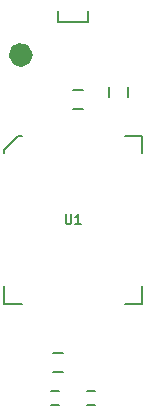
<source format=gto>
G04 #@! TF.GenerationSoftware,KiCad,Pcbnew,(5.1.5-0-10_14)*
G04 #@! TF.CreationDate,2021-04-02T23:53:53-04:00*
G04 #@! TF.ProjectId,GW28R8128,47573238-5238-4313-9238-2e6b69636164,rev?*
G04 #@! TF.SameCoordinates,Original*
G04 #@! TF.FileFunction,Legend,Top*
G04 #@! TF.FilePolarity,Positive*
%FSLAX46Y46*%
G04 Gerber Fmt 4.6, Leading zero omitted, Abs format (unit mm)*
G04 Created by KiCad (PCBNEW (5.1.5-0-10_14)) date 2021-04-02 23:53:53*
%MOMM*%
%LPD*%
G04 APERTURE LIST*
%ADD10C,0.200000*%
%ADD11C,1.280000*%
%ADD12C,0.152400*%
%ADD13C,0.127000*%
%ADD14C,0.203200*%
%ADD15C,0.100000*%
%ADD16R,1.852400X1.052400*%
G04 APERTURE END LIST*
D10*
X46990000Y-20066000D02*
X49530000Y-20066000D01*
X46990000Y-19177000D02*
X46990000Y-20066000D01*
X49530000Y-20066000D02*
X49530000Y-19177000D01*
D11*
X44196000Y-22860000D02*
G75*
G03X44196000Y-22860000I-381000J0D01*
G01*
D12*
X47396400Y-48095000D02*
X46583600Y-48095000D01*
X47396400Y-49695000D02*
X46583600Y-49695000D01*
X49086400Y-25870000D02*
X48273600Y-25870000D01*
X49086400Y-27470000D02*
X48273600Y-27470000D01*
X51270000Y-25628600D02*
X51270000Y-26441400D01*
X52870000Y-25628600D02*
X52870000Y-26441400D01*
X42435000Y-30907218D02*
X42435000Y-31190000D01*
X43607218Y-29735000D02*
X42435000Y-30907218D01*
X43890000Y-29735000D02*
X43607218Y-29735000D01*
X54085000Y-43925000D02*
X54085000Y-42470000D01*
X52630000Y-43925000D02*
X54085000Y-43925000D01*
X42435000Y-43925000D02*
X42435000Y-42470000D01*
X43890000Y-43925000D02*
X42435000Y-43925000D01*
X54085000Y-29735000D02*
X54085000Y-31190000D01*
X52630000Y-29735000D02*
X54085000Y-29735000D01*
D13*
X50134000Y-52543000D02*
X49434000Y-52543000D01*
X49434000Y-51343000D02*
X50134000Y-51343000D01*
X46386000Y-51343000D02*
X47086000Y-51343000D01*
X47086000Y-52543000D02*
X46386000Y-52543000D01*
D14*
X47640723Y-36384895D02*
X47640723Y-37042876D01*
X47679428Y-37120285D01*
X47718133Y-37158990D01*
X47795542Y-37197695D01*
X47950361Y-37197695D01*
X48027771Y-37158990D01*
X48066476Y-37120285D01*
X48105180Y-37042876D01*
X48105180Y-36384895D01*
X48917980Y-37197695D02*
X48453523Y-37197695D01*
X48685752Y-37197695D02*
X48685752Y-36384895D01*
X48608342Y-36501009D01*
X48530933Y-36578419D01*
X48453523Y-36617123D01*
%LPC*%
D15*
G36*
X46300779Y-48146144D02*
G01*
X46323834Y-48149563D01*
X46346443Y-48155227D01*
X46368387Y-48163079D01*
X46389457Y-48173044D01*
X46409448Y-48185026D01*
X46428168Y-48198910D01*
X46445438Y-48214562D01*
X46461090Y-48231832D01*
X46474974Y-48250552D01*
X46486956Y-48270543D01*
X46496921Y-48291613D01*
X46504773Y-48313557D01*
X46510437Y-48336166D01*
X46513856Y-48359221D01*
X46515000Y-48382500D01*
X46515000Y-49407500D01*
X46513856Y-49430779D01*
X46510437Y-49453834D01*
X46504773Y-49476443D01*
X46496921Y-49498387D01*
X46486956Y-49519457D01*
X46474974Y-49539448D01*
X46461090Y-49558168D01*
X46445438Y-49575438D01*
X46428168Y-49591090D01*
X46409448Y-49604974D01*
X46389457Y-49616956D01*
X46368387Y-49626921D01*
X46346443Y-49634773D01*
X46323834Y-49640437D01*
X46300779Y-49643856D01*
X46277500Y-49645000D01*
X45802500Y-49645000D01*
X45779221Y-49643856D01*
X45756166Y-49640437D01*
X45733557Y-49634773D01*
X45711613Y-49626921D01*
X45690543Y-49616956D01*
X45670552Y-49604974D01*
X45651832Y-49591090D01*
X45634562Y-49575438D01*
X45618910Y-49558168D01*
X45605026Y-49539448D01*
X45593044Y-49519457D01*
X45583079Y-49498387D01*
X45575227Y-49476443D01*
X45569563Y-49453834D01*
X45566144Y-49430779D01*
X45565000Y-49407500D01*
X45565000Y-48382500D01*
X45566144Y-48359221D01*
X45569563Y-48336166D01*
X45575227Y-48313557D01*
X45583079Y-48291613D01*
X45593044Y-48270543D01*
X45605026Y-48250552D01*
X45618910Y-48231832D01*
X45634562Y-48214562D01*
X45651832Y-48198910D01*
X45670552Y-48185026D01*
X45690543Y-48173044D01*
X45711613Y-48163079D01*
X45733557Y-48155227D01*
X45756166Y-48149563D01*
X45779221Y-48146144D01*
X45802500Y-48145000D01*
X46277500Y-48145000D01*
X46300779Y-48146144D01*
G37*
G36*
X48200779Y-48146144D02*
G01*
X48223834Y-48149563D01*
X48246443Y-48155227D01*
X48268387Y-48163079D01*
X48289457Y-48173044D01*
X48309448Y-48185026D01*
X48328168Y-48198910D01*
X48345438Y-48214562D01*
X48361090Y-48231832D01*
X48374974Y-48250552D01*
X48386956Y-48270543D01*
X48396921Y-48291613D01*
X48404773Y-48313557D01*
X48410437Y-48336166D01*
X48413856Y-48359221D01*
X48415000Y-48382500D01*
X48415000Y-49407500D01*
X48413856Y-49430779D01*
X48410437Y-49453834D01*
X48404773Y-49476443D01*
X48396921Y-49498387D01*
X48386956Y-49519457D01*
X48374974Y-49539448D01*
X48361090Y-49558168D01*
X48345438Y-49575438D01*
X48328168Y-49591090D01*
X48309448Y-49604974D01*
X48289457Y-49616956D01*
X48268387Y-49626921D01*
X48246443Y-49634773D01*
X48223834Y-49640437D01*
X48200779Y-49643856D01*
X48177500Y-49645000D01*
X47702500Y-49645000D01*
X47679221Y-49643856D01*
X47656166Y-49640437D01*
X47633557Y-49634773D01*
X47611613Y-49626921D01*
X47590543Y-49616956D01*
X47570552Y-49604974D01*
X47551832Y-49591090D01*
X47534562Y-49575438D01*
X47518910Y-49558168D01*
X47505026Y-49539448D01*
X47493044Y-49519457D01*
X47483079Y-49498387D01*
X47475227Y-49476443D01*
X47469563Y-49453834D01*
X47466144Y-49430779D01*
X47465000Y-49407500D01*
X47465000Y-48382500D01*
X47466144Y-48359221D01*
X47469563Y-48336166D01*
X47475227Y-48313557D01*
X47483079Y-48291613D01*
X47493044Y-48270543D01*
X47505026Y-48250552D01*
X47518910Y-48231832D01*
X47534562Y-48214562D01*
X47551832Y-48198910D01*
X47570552Y-48185026D01*
X47590543Y-48173044D01*
X47611613Y-48163079D01*
X47633557Y-48155227D01*
X47656166Y-48149563D01*
X47679221Y-48146144D01*
X47702500Y-48145000D01*
X48177500Y-48145000D01*
X48200779Y-48146144D01*
G37*
G36*
X48145680Y-25921384D02*
G01*
X48173588Y-25925524D01*
X48200957Y-25932380D01*
X48227521Y-25941885D01*
X48253027Y-25953948D01*
X48277226Y-25968452D01*
X48299888Y-25985259D01*
X48320793Y-26004207D01*
X48339741Y-26025112D01*
X48356548Y-26047774D01*
X48371052Y-26071973D01*
X48383115Y-26097479D01*
X48392620Y-26124043D01*
X48399476Y-26151412D01*
X48403616Y-26179320D01*
X48405000Y-26207500D01*
X48405000Y-27132500D01*
X48403616Y-27160680D01*
X48399476Y-27188588D01*
X48392620Y-27215957D01*
X48383115Y-27242521D01*
X48371052Y-27268027D01*
X48356548Y-27292226D01*
X48339741Y-27314888D01*
X48320793Y-27335793D01*
X48299888Y-27354741D01*
X48277226Y-27371548D01*
X48253027Y-27386052D01*
X48227521Y-27398115D01*
X48200957Y-27407620D01*
X48173588Y-27414476D01*
X48145680Y-27418616D01*
X48117500Y-27420000D01*
X47542500Y-27420000D01*
X47514320Y-27418616D01*
X47486412Y-27414476D01*
X47459043Y-27407620D01*
X47432479Y-27398115D01*
X47406973Y-27386052D01*
X47382774Y-27371548D01*
X47360112Y-27354741D01*
X47339207Y-27335793D01*
X47320259Y-27314888D01*
X47303452Y-27292226D01*
X47288948Y-27268027D01*
X47276885Y-27242521D01*
X47267380Y-27215957D01*
X47260524Y-27188588D01*
X47256384Y-27160680D01*
X47255000Y-27132500D01*
X47255000Y-26207500D01*
X47256384Y-26179320D01*
X47260524Y-26151412D01*
X47267380Y-26124043D01*
X47276885Y-26097479D01*
X47288948Y-26071973D01*
X47303452Y-26047774D01*
X47320259Y-26025112D01*
X47339207Y-26004207D01*
X47360112Y-25985259D01*
X47382774Y-25968452D01*
X47406973Y-25953948D01*
X47432479Y-25941885D01*
X47459043Y-25932380D01*
X47486412Y-25925524D01*
X47514320Y-25921384D01*
X47542500Y-25920000D01*
X48117500Y-25920000D01*
X48145680Y-25921384D01*
G37*
G36*
X49845680Y-25921384D02*
G01*
X49873588Y-25925524D01*
X49900957Y-25932380D01*
X49927521Y-25941885D01*
X49953027Y-25953948D01*
X49977226Y-25968452D01*
X49999888Y-25985259D01*
X50020793Y-26004207D01*
X50039741Y-26025112D01*
X50056548Y-26047774D01*
X50071052Y-26071973D01*
X50083115Y-26097479D01*
X50092620Y-26124043D01*
X50099476Y-26151412D01*
X50103616Y-26179320D01*
X50105000Y-26207500D01*
X50105000Y-27132500D01*
X50103616Y-27160680D01*
X50099476Y-27188588D01*
X50092620Y-27215957D01*
X50083115Y-27242521D01*
X50071052Y-27268027D01*
X50056548Y-27292226D01*
X50039741Y-27314888D01*
X50020793Y-27335793D01*
X49999888Y-27354741D01*
X49977226Y-27371548D01*
X49953027Y-27386052D01*
X49927521Y-27398115D01*
X49900957Y-27407620D01*
X49873588Y-27414476D01*
X49845680Y-27418616D01*
X49817500Y-27420000D01*
X49242500Y-27420000D01*
X49214320Y-27418616D01*
X49186412Y-27414476D01*
X49159043Y-27407620D01*
X49132479Y-27398115D01*
X49106973Y-27386052D01*
X49082774Y-27371548D01*
X49060112Y-27354741D01*
X49039207Y-27335793D01*
X49020259Y-27314888D01*
X49003452Y-27292226D01*
X48988948Y-27268027D01*
X48976885Y-27242521D01*
X48967380Y-27215957D01*
X48960524Y-27188588D01*
X48956384Y-27160680D01*
X48955000Y-27132500D01*
X48955000Y-26207500D01*
X48956384Y-26179320D01*
X48960524Y-26151412D01*
X48967380Y-26124043D01*
X48976885Y-26097479D01*
X48988948Y-26071973D01*
X49003452Y-26047774D01*
X49020259Y-26025112D01*
X49039207Y-26004207D01*
X49060112Y-25985259D01*
X49082774Y-25968452D01*
X49106973Y-25953948D01*
X49132479Y-25941885D01*
X49159043Y-25932380D01*
X49186412Y-25925524D01*
X49214320Y-25921384D01*
X49242500Y-25920000D01*
X49817500Y-25920000D01*
X49845680Y-25921384D01*
G37*
G36*
X52605779Y-26511144D02*
G01*
X52628834Y-26514563D01*
X52651443Y-26520227D01*
X52673387Y-26528079D01*
X52694457Y-26538044D01*
X52714448Y-26550026D01*
X52733168Y-26563910D01*
X52750438Y-26579562D01*
X52766090Y-26596832D01*
X52779974Y-26615552D01*
X52791956Y-26635543D01*
X52801921Y-26656613D01*
X52809773Y-26678557D01*
X52815437Y-26701166D01*
X52818856Y-26724221D01*
X52820000Y-26747500D01*
X52820000Y-27222500D01*
X52818856Y-27245779D01*
X52815437Y-27268834D01*
X52809773Y-27291443D01*
X52801921Y-27313387D01*
X52791956Y-27334457D01*
X52779974Y-27354448D01*
X52766090Y-27373168D01*
X52750438Y-27390438D01*
X52733168Y-27406090D01*
X52714448Y-27419974D01*
X52694457Y-27431956D01*
X52673387Y-27441921D01*
X52651443Y-27449773D01*
X52628834Y-27455437D01*
X52605779Y-27458856D01*
X52582500Y-27460000D01*
X51557500Y-27460000D01*
X51534221Y-27458856D01*
X51511166Y-27455437D01*
X51488557Y-27449773D01*
X51466613Y-27441921D01*
X51445543Y-27431956D01*
X51425552Y-27419974D01*
X51406832Y-27406090D01*
X51389562Y-27390438D01*
X51373910Y-27373168D01*
X51360026Y-27354448D01*
X51348044Y-27334457D01*
X51338079Y-27313387D01*
X51330227Y-27291443D01*
X51324563Y-27268834D01*
X51321144Y-27245779D01*
X51320000Y-27222500D01*
X51320000Y-26747500D01*
X51321144Y-26724221D01*
X51324563Y-26701166D01*
X51330227Y-26678557D01*
X51338079Y-26656613D01*
X51348044Y-26635543D01*
X51360026Y-26615552D01*
X51373910Y-26596832D01*
X51389562Y-26579562D01*
X51406832Y-26563910D01*
X51425552Y-26550026D01*
X51445543Y-26538044D01*
X51466613Y-26528079D01*
X51488557Y-26520227D01*
X51511166Y-26514563D01*
X51534221Y-26511144D01*
X51557500Y-26510000D01*
X52582500Y-26510000D01*
X52605779Y-26511144D01*
G37*
G36*
X52605779Y-24611144D02*
G01*
X52628834Y-24614563D01*
X52651443Y-24620227D01*
X52673387Y-24628079D01*
X52694457Y-24638044D01*
X52714448Y-24650026D01*
X52733168Y-24663910D01*
X52750438Y-24679562D01*
X52766090Y-24696832D01*
X52779974Y-24715552D01*
X52791956Y-24735543D01*
X52801921Y-24756613D01*
X52809773Y-24778557D01*
X52815437Y-24801166D01*
X52818856Y-24824221D01*
X52820000Y-24847500D01*
X52820000Y-25322500D01*
X52818856Y-25345779D01*
X52815437Y-25368834D01*
X52809773Y-25391443D01*
X52801921Y-25413387D01*
X52791956Y-25434457D01*
X52779974Y-25454448D01*
X52766090Y-25473168D01*
X52750438Y-25490438D01*
X52733168Y-25506090D01*
X52714448Y-25519974D01*
X52694457Y-25531956D01*
X52673387Y-25541921D01*
X52651443Y-25549773D01*
X52628834Y-25555437D01*
X52605779Y-25558856D01*
X52582500Y-25560000D01*
X51557500Y-25560000D01*
X51534221Y-25558856D01*
X51511166Y-25555437D01*
X51488557Y-25549773D01*
X51466613Y-25541921D01*
X51445543Y-25531956D01*
X51425552Y-25519974D01*
X51406832Y-25506090D01*
X51389562Y-25490438D01*
X51373910Y-25473168D01*
X51360026Y-25454448D01*
X51348044Y-25434457D01*
X51338079Y-25413387D01*
X51330227Y-25391443D01*
X51324563Y-25368834D01*
X51321144Y-25345779D01*
X51320000Y-25322500D01*
X51320000Y-24847500D01*
X51321144Y-24824221D01*
X51324563Y-24801166D01*
X51330227Y-24778557D01*
X51338079Y-24756613D01*
X51348044Y-24735543D01*
X51360026Y-24715552D01*
X51373910Y-24696832D01*
X51389562Y-24679562D01*
X51406832Y-24663910D01*
X51425552Y-24650026D01*
X51445543Y-24638044D01*
X51466613Y-24628079D01*
X51488557Y-24620227D01*
X51511166Y-24614563D01*
X51534221Y-24611144D01*
X51557500Y-24610000D01*
X52582500Y-24610000D01*
X52605779Y-24611144D01*
G37*
G36*
X56140650Y-19154898D02*
G01*
X56207133Y-19164760D01*
X56272330Y-19181091D01*
X56335612Y-19203733D01*
X56396370Y-19232470D01*
X56454019Y-19267023D01*
X56508003Y-19307061D01*
X56557803Y-19352197D01*
X56602939Y-19401997D01*
X56642977Y-19455981D01*
X56677530Y-19513630D01*
X56706267Y-19574388D01*
X56728909Y-19637670D01*
X56745240Y-19702867D01*
X56755102Y-19769350D01*
X56758400Y-19836480D01*
X56758400Y-20803520D01*
X56755102Y-20870650D01*
X56745240Y-20937133D01*
X56728909Y-21002330D01*
X56706267Y-21065612D01*
X56677530Y-21126370D01*
X56642977Y-21184019D01*
X56602939Y-21238003D01*
X56557803Y-21287803D01*
X56508003Y-21332939D01*
X56454019Y-21372977D01*
X56396370Y-21407530D01*
X56335612Y-21436267D01*
X56272330Y-21458909D01*
X56207133Y-21475240D01*
X56140650Y-21485102D01*
X56073520Y-21488400D01*
X55486480Y-21488400D01*
X55419350Y-21485102D01*
X55352867Y-21475240D01*
X55287670Y-21458909D01*
X55224388Y-21436267D01*
X55163630Y-21407530D01*
X55105981Y-21372977D01*
X55051997Y-21332939D01*
X55002197Y-21287803D01*
X54957061Y-21238003D01*
X54917023Y-21184019D01*
X54882470Y-21126370D01*
X54853733Y-21065612D01*
X54831091Y-21002330D01*
X54814760Y-20937133D01*
X54804898Y-20870650D01*
X54801600Y-20803520D01*
X54801600Y-19836480D01*
X54804898Y-19769350D01*
X54814760Y-19702867D01*
X54831091Y-19637670D01*
X54853733Y-19574388D01*
X54882470Y-19513630D01*
X54917023Y-19455981D01*
X54957061Y-19401997D01*
X55002197Y-19352197D01*
X55051997Y-19307061D01*
X55105981Y-19267023D01*
X55163630Y-19232470D01*
X55224388Y-19203733D01*
X55287670Y-19181091D01*
X55352867Y-19164760D01*
X55419350Y-19154898D01*
X55486480Y-19151600D01*
X56073520Y-19151600D01*
X56140650Y-19154898D01*
G37*
G36*
X41100650Y-52174898D02*
G01*
X41167133Y-52184760D01*
X41232330Y-52201091D01*
X41295612Y-52223733D01*
X41356370Y-52252470D01*
X41414019Y-52287023D01*
X41468003Y-52327061D01*
X41517803Y-52372197D01*
X41562939Y-52421997D01*
X41602977Y-52475981D01*
X41637530Y-52533630D01*
X41666267Y-52594388D01*
X41688909Y-52657670D01*
X41705240Y-52722867D01*
X41715102Y-52789350D01*
X41718400Y-52856480D01*
X41718400Y-53823520D01*
X41715102Y-53890650D01*
X41705240Y-53957133D01*
X41688909Y-54022330D01*
X41666267Y-54085612D01*
X41637530Y-54146370D01*
X41602977Y-54204019D01*
X41562939Y-54258003D01*
X41517803Y-54307803D01*
X41468003Y-54352939D01*
X41414019Y-54392977D01*
X41356370Y-54427530D01*
X41295612Y-54456267D01*
X41232330Y-54478909D01*
X41167133Y-54495240D01*
X41100650Y-54505102D01*
X41033520Y-54508400D01*
X40446480Y-54508400D01*
X40379350Y-54505102D01*
X40312867Y-54495240D01*
X40247670Y-54478909D01*
X40184388Y-54456267D01*
X40123630Y-54427530D01*
X40065981Y-54392977D01*
X40011997Y-54352939D01*
X39962197Y-54307803D01*
X39917061Y-54258003D01*
X39877023Y-54204019D01*
X39842470Y-54146370D01*
X39813733Y-54085612D01*
X39791091Y-54022330D01*
X39774760Y-53957133D01*
X39764898Y-53890650D01*
X39761600Y-53823520D01*
X39761600Y-52856480D01*
X39764898Y-52789350D01*
X39774760Y-52722867D01*
X39791091Y-52657670D01*
X39813733Y-52594388D01*
X39842470Y-52533630D01*
X39877023Y-52475981D01*
X39917061Y-52421997D01*
X39962197Y-52372197D01*
X40011997Y-52327061D01*
X40065981Y-52287023D01*
X40123630Y-52252470D01*
X40184388Y-52223733D01*
X40247670Y-52201091D01*
X40312867Y-52184760D01*
X40379350Y-52174898D01*
X40446480Y-52171600D01*
X41033520Y-52171600D01*
X41100650Y-52174898D01*
G37*
G36*
X56203789Y-21694561D02*
G01*
X56263477Y-21703415D01*
X56322010Y-21718077D01*
X56378824Y-21738405D01*
X56433372Y-21764204D01*
X56485129Y-21795226D01*
X56533596Y-21831171D01*
X56578306Y-21871694D01*
X56618829Y-21916404D01*
X56654774Y-21964871D01*
X56685796Y-22016628D01*
X56711595Y-22071176D01*
X56731923Y-22127990D01*
X56746585Y-22186523D01*
X56755439Y-22246211D01*
X56758400Y-22306480D01*
X56758400Y-23413520D01*
X56755439Y-23473789D01*
X56746585Y-23533477D01*
X56731923Y-23592010D01*
X56711595Y-23648824D01*
X56685796Y-23703372D01*
X56654774Y-23755129D01*
X56618829Y-23803596D01*
X56578306Y-23848306D01*
X56533596Y-23888829D01*
X56485129Y-23924774D01*
X56433372Y-23955796D01*
X56378824Y-23981595D01*
X56322010Y-24001923D01*
X56263477Y-24016585D01*
X56203789Y-24025439D01*
X56143520Y-24028400D01*
X55616480Y-24028400D01*
X55556211Y-24025439D01*
X55496523Y-24016585D01*
X55437990Y-24001923D01*
X55381176Y-23981595D01*
X55326628Y-23955796D01*
X55274871Y-23924774D01*
X55226404Y-23888829D01*
X55181694Y-23848306D01*
X55141171Y-23803596D01*
X55105226Y-23755129D01*
X55074204Y-23703372D01*
X55048405Y-23648824D01*
X55028077Y-23592010D01*
X55013415Y-23533477D01*
X55004561Y-23473789D01*
X55001600Y-23413520D01*
X55001600Y-22306480D01*
X55004561Y-22246211D01*
X55013415Y-22186523D01*
X55028077Y-22127990D01*
X55048405Y-22071176D01*
X55074204Y-22016628D01*
X55105226Y-21964871D01*
X55141171Y-21916404D01*
X55181694Y-21871694D01*
X55226404Y-21831171D01*
X55274871Y-21795226D01*
X55326628Y-21764204D01*
X55381176Y-21738405D01*
X55437990Y-21718077D01*
X55496523Y-21703415D01*
X55556211Y-21694561D01*
X55616480Y-21691600D01*
X56143520Y-21691600D01*
X56203789Y-21694561D01*
G37*
G36*
X40963789Y-49634561D02*
G01*
X41023477Y-49643415D01*
X41082010Y-49658077D01*
X41138824Y-49678405D01*
X41193372Y-49704204D01*
X41245129Y-49735226D01*
X41293596Y-49771171D01*
X41338306Y-49811694D01*
X41378829Y-49856404D01*
X41414774Y-49904871D01*
X41445796Y-49956628D01*
X41471595Y-50011176D01*
X41491923Y-50067990D01*
X41506585Y-50126523D01*
X41515439Y-50186211D01*
X41518400Y-50246480D01*
X41518400Y-51353520D01*
X41515439Y-51413789D01*
X41506585Y-51473477D01*
X41491923Y-51532010D01*
X41471595Y-51588824D01*
X41445796Y-51643372D01*
X41414774Y-51695129D01*
X41378829Y-51743596D01*
X41338306Y-51788306D01*
X41293596Y-51828829D01*
X41245129Y-51864774D01*
X41193372Y-51895796D01*
X41138824Y-51921595D01*
X41082010Y-51941923D01*
X41023477Y-51956585D01*
X40963789Y-51965439D01*
X40903520Y-51968400D01*
X40376480Y-51968400D01*
X40316211Y-51965439D01*
X40256523Y-51956585D01*
X40197990Y-51941923D01*
X40141176Y-51921595D01*
X40086628Y-51895796D01*
X40034871Y-51864774D01*
X39986404Y-51828829D01*
X39941694Y-51788306D01*
X39901171Y-51743596D01*
X39865226Y-51695129D01*
X39834204Y-51643372D01*
X39808405Y-51588824D01*
X39788077Y-51532010D01*
X39773415Y-51473477D01*
X39764561Y-51413789D01*
X39761600Y-51353520D01*
X39761600Y-50246480D01*
X39764561Y-50186211D01*
X39773415Y-50126523D01*
X39788077Y-50067990D01*
X39808405Y-50011176D01*
X39834204Y-49956628D01*
X39865226Y-49904871D01*
X39901171Y-49856404D01*
X39941694Y-49811694D01*
X39986404Y-49771171D01*
X40034871Y-49735226D01*
X40086628Y-49704204D01*
X40141176Y-49678405D01*
X40197990Y-49658077D01*
X40256523Y-49643415D01*
X40316211Y-49634561D01*
X40376480Y-49631600D01*
X40903520Y-49631600D01*
X40963789Y-49634561D01*
G37*
G36*
X56203789Y-24234561D02*
G01*
X56263477Y-24243415D01*
X56322010Y-24258077D01*
X56378824Y-24278405D01*
X56433372Y-24304204D01*
X56485129Y-24335226D01*
X56533596Y-24371171D01*
X56578306Y-24411694D01*
X56618829Y-24456404D01*
X56654774Y-24504871D01*
X56685796Y-24556628D01*
X56711595Y-24611176D01*
X56731923Y-24667990D01*
X56746585Y-24726523D01*
X56755439Y-24786211D01*
X56758400Y-24846480D01*
X56758400Y-25953520D01*
X56755439Y-26013789D01*
X56746585Y-26073477D01*
X56731923Y-26132010D01*
X56711595Y-26188824D01*
X56685796Y-26243372D01*
X56654774Y-26295129D01*
X56618829Y-26343596D01*
X56578306Y-26388306D01*
X56533596Y-26428829D01*
X56485129Y-26464774D01*
X56433372Y-26495796D01*
X56378824Y-26521595D01*
X56322010Y-26541923D01*
X56263477Y-26556585D01*
X56203789Y-26565439D01*
X56143520Y-26568400D01*
X55616480Y-26568400D01*
X55556211Y-26565439D01*
X55496523Y-26556585D01*
X55437990Y-26541923D01*
X55381176Y-26521595D01*
X55326628Y-26495796D01*
X55274871Y-26464774D01*
X55226404Y-26428829D01*
X55181694Y-26388306D01*
X55141171Y-26343596D01*
X55105226Y-26295129D01*
X55074204Y-26243372D01*
X55048405Y-26188824D01*
X55028077Y-26132010D01*
X55013415Y-26073477D01*
X55004561Y-26013789D01*
X55001600Y-25953520D01*
X55001600Y-24846480D01*
X55004561Y-24786211D01*
X55013415Y-24726523D01*
X55028077Y-24667990D01*
X55048405Y-24611176D01*
X55074204Y-24556628D01*
X55105226Y-24504871D01*
X55141171Y-24456404D01*
X55181694Y-24411694D01*
X55226404Y-24371171D01*
X55274871Y-24335226D01*
X55326628Y-24304204D01*
X55381176Y-24278405D01*
X55437990Y-24258077D01*
X55496523Y-24243415D01*
X55556211Y-24234561D01*
X55616480Y-24231600D01*
X56143520Y-24231600D01*
X56203789Y-24234561D01*
G37*
G36*
X40963789Y-47094561D02*
G01*
X41023477Y-47103415D01*
X41082010Y-47118077D01*
X41138824Y-47138405D01*
X41193372Y-47164204D01*
X41245129Y-47195226D01*
X41293596Y-47231171D01*
X41338306Y-47271694D01*
X41378829Y-47316404D01*
X41414774Y-47364871D01*
X41445796Y-47416628D01*
X41471595Y-47471176D01*
X41491923Y-47527990D01*
X41506585Y-47586523D01*
X41515439Y-47646211D01*
X41518400Y-47706480D01*
X41518400Y-48813520D01*
X41515439Y-48873789D01*
X41506585Y-48933477D01*
X41491923Y-48992010D01*
X41471595Y-49048824D01*
X41445796Y-49103372D01*
X41414774Y-49155129D01*
X41378829Y-49203596D01*
X41338306Y-49248306D01*
X41293596Y-49288829D01*
X41245129Y-49324774D01*
X41193372Y-49355796D01*
X41138824Y-49381595D01*
X41082010Y-49401923D01*
X41023477Y-49416585D01*
X40963789Y-49425439D01*
X40903520Y-49428400D01*
X40376480Y-49428400D01*
X40316211Y-49425439D01*
X40256523Y-49416585D01*
X40197990Y-49401923D01*
X40141176Y-49381595D01*
X40086628Y-49355796D01*
X40034871Y-49324774D01*
X39986404Y-49288829D01*
X39941694Y-49248306D01*
X39901171Y-49203596D01*
X39865226Y-49155129D01*
X39834204Y-49103372D01*
X39808405Y-49048824D01*
X39788077Y-48992010D01*
X39773415Y-48933477D01*
X39764561Y-48873789D01*
X39761600Y-48813520D01*
X39761600Y-47706480D01*
X39764561Y-47646211D01*
X39773415Y-47586523D01*
X39788077Y-47527990D01*
X39808405Y-47471176D01*
X39834204Y-47416628D01*
X39865226Y-47364871D01*
X39901171Y-47316404D01*
X39941694Y-47271694D01*
X39986404Y-47231171D01*
X40034871Y-47195226D01*
X40086628Y-47164204D01*
X40141176Y-47138405D01*
X40197990Y-47118077D01*
X40256523Y-47103415D01*
X40316211Y-47094561D01*
X40376480Y-47091600D01*
X40903520Y-47091600D01*
X40963789Y-47094561D01*
G37*
G36*
X56203789Y-26774561D02*
G01*
X56263477Y-26783415D01*
X56322010Y-26798077D01*
X56378824Y-26818405D01*
X56433372Y-26844204D01*
X56485129Y-26875226D01*
X56533596Y-26911171D01*
X56578306Y-26951694D01*
X56618829Y-26996404D01*
X56654774Y-27044871D01*
X56685796Y-27096628D01*
X56711595Y-27151176D01*
X56731923Y-27207990D01*
X56746585Y-27266523D01*
X56755439Y-27326211D01*
X56758400Y-27386480D01*
X56758400Y-28493520D01*
X56755439Y-28553789D01*
X56746585Y-28613477D01*
X56731923Y-28672010D01*
X56711595Y-28728824D01*
X56685796Y-28783372D01*
X56654774Y-28835129D01*
X56618829Y-28883596D01*
X56578306Y-28928306D01*
X56533596Y-28968829D01*
X56485129Y-29004774D01*
X56433372Y-29035796D01*
X56378824Y-29061595D01*
X56322010Y-29081923D01*
X56263477Y-29096585D01*
X56203789Y-29105439D01*
X56143520Y-29108400D01*
X55616480Y-29108400D01*
X55556211Y-29105439D01*
X55496523Y-29096585D01*
X55437990Y-29081923D01*
X55381176Y-29061595D01*
X55326628Y-29035796D01*
X55274871Y-29004774D01*
X55226404Y-28968829D01*
X55181694Y-28928306D01*
X55141171Y-28883596D01*
X55105226Y-28835129D01*
X55074204Y-28783372D01*
X55048405Y-28728824D01*
X55028077Y-28672010D01*
X55013415Y-28613477D01*
X55004561Y-28553789D01*
X55001600Y-28493520D01*
X55001600Y-27386480D01*
X55004561Y-27326211D01*
X55013415Y-27266523D01*
X55028077Y-27207990D01*
X55048405Y-27151176D01*
X55074204Y-27096628D01*
X55105226Y-27044871D01*
X55141171Y-26996404D01*
X55181694Y-26951694D01*
X55226404Y-26911171D01*
X55274871Y-26875226D01*
X55326628Y-26844204D01*
X55381176Y-26818405D01*
X55437990Y-26798077D01*
X55496523Y-26783415D01*
X55556211Y-26774561D01*
X55616480Y-26771600D01*
X56143520Y-26771600D01*
X56203789Y-26774561D01*
G37*
G36*
X40963789Y-44554561D02*
G01*
X41023477Y-44563415D01*
X41082010Y-44578077D01*
X41138824Y-44598405D01*
X41193372Y-44624204D01*
X41245129Y-44655226D01*
X41293596Y-44691171D01*
X41338306Y-44731694D01*
X41378829Y-44776404D01*
X41414774Y-44824871D01*
X41445796Y-44876628D01*
X41471595Y-44931176D01*
X41491923Y-44987990D01*
X41506585Y-45046523D01*
X41515439Y-45106211D01*
X41518400Y-45166480D01*
X41518400Y-46273520D01*
X41515439Y-46333789D01*
X41506585Y-46393477D01*
X41491923Y-46452010D01*
X41471595Y-46508824D01*
X41445796Y-46563372D01*
X41414774Y-46615129D01*
X41378829Y-46663596D01*
X41338306Y-46708306D01*
X41293596Y-46748829D01*
X41245129Y-46784774D01*
X41193372Y-46815796D01*
X41138824Y-46841595D01*
X41082010Y-46861923D01*
X41023477Y-46876585D01*
X40963789Y-46885439D01*
X40903520Y-46888400D01*
X40376480Y-46888400D01*
X40316211Y-46885439D01*
X40256523Y-46876585D01*
X40197990Y-46861923D01*
X40141176Y-46841595D01*
X40086628Y-46815796D01*
X40034871Y-46784774D01*
X39986404Y-46748829D01*
X39941694Y-46708306D01*
X39901171Y-46663596D01*
X39865226Y-46615129D01*
X39834204Y-46563372D01*
X39808405Y-46508824D01*
X39788077Y-46452010D01*
X39773415Y-46393477D01*
X39764561Y-46333789D01*
X39761600Y-46273520D01*
X39761600Y-45166480D01*
X39764561Y-45106211D01*
X39773415Y-45046523D01*
X39788077Y-44987990D01*
X39808405Y-44931176D01*
X39834204Y-44876628D01*
X39865226Y-44824871D01*
X39901171Y-44776404D01*
X39941694Y-44731694D01*
X39986404Y-44691171D01*
X40034871Y-44655226D01*
X40086628Y-44624204D01*
X40141176Y-44598405D01*
X40197990Y-44578077D01*
X40256523Y-44563415D01*
X40316211Y-44554561D01*
X40376480Y-44551600D01*
X40903520Y-44551600D01*
X40963789Y-44554561D01*
G37*
G36*
X56203789Y-29314561D02*
G01*
X56263477Y-29323415D01*
X56322010Y-29338077D01*
X56378824Y-29358405D01*
X56433372Y-29384204D01*
X56485129Y-29415226D01*
X56533596Y-29451171D01*
X56578306Y-29491694D01*
X56618829Y-29536404D01*
X56654774Y-29584871D01*
X56685796Y-29636628D01*
X56711595Y-29691176D01*
X56731923Y-29747990D01*
X56746585Y-29806523D01*
X56755439Y-29866211D01*
X56758400Y-29926480D01*
X56758400Y-31033520D01*
X56755439Y-31093789D01*
X56746585Y-31153477D01*
X56731923Y-31212010D01*
X56711595Y-31268824D01*
X56685796Y-31323372D01*
X56654774Y-31375129D01*
X56618829Y-31423596D01*
X56578306Y-31468306D01*
X56533596Y-31508829D01*
X56485129Y-31544774D01*
X56433372Y-31575796D01*
X56378824Y-31601595D01*
X56322010Y-31621923D01*
X56263477Y-31636585D01*
X56203789Y-31645439D01*
X56143520Y-31648400D01*
X55616480Y-31648400D01*
X55556211Y-31645439D01*
X55496523Y-31636585D01*
X55437990Y-31621923D01*
X55381176Y-31601595D01*
X55326628Y-31575796D01*
X55274871Y-31544774D01*
X55226404Y-31508829D01*
X55181694Y-31468306D01*
X55141171Y-31423596D01*
X55105226Y-31375129D01*
X55074204Y-31323372D01*
X55048405Y-31268824D01*
X55028077Y-31212010D01*
X55013415Y-31153477D01*
X55004561Y-31093789D01*
X55001600Y-31033520D01*
X55001600Y-29926480D01*
X55004561Y-29866211D01*
X55013415Y-29806523D01*
X55028077Y-29747990D01*
X55048405Y-29691176D01*
X55074204Y-29636628D01*
X55105226Y-29584871D01*
X55141171Y-29536404D01*
X55181694Y-29491694D01*
X55226404Y-29451171D01*
X55274871Y-29415226D01*
X55326628Y-29384204D01*
X55381176Y-29358405D01*
X55437990Y-29338077D01*
X55496523Y-29323415D01*
X55556211Y-29314561D01*
X55616480Y-29311600D01*
X56143520Y-29311600D01*
X56203789Y-29314561D01*
G37*
G36*
X40963789Y-42014561D02*
G01*
X41023477Y-42023415D01*
X41082010Y-42038077D01*
X41138824Y-42058405D01*
X41193372Y-42084204D01*
X41245129Y-42115226D01*
X41293596Y-42151171D01*
X41338306Y-42191694D01*
X41378829Y-42236404D01*
X41414774Y-42284871D01*
X41445796Y-42336628D01*
X41471595Y-42391176D01*
X41491923Y-42447990D01*
X41506585Y-42506523D01*
X41515439Y-42566211D01*
X41518400Y-42626480D01*
X41518400Y-43733520D01*
X41515439Y-43793789D01*
X41506585Y-43853477D01*
X41491923Y-43912010D01*
X41471595Y-43968824D01*
X41445796Y-44023372D01*
X41414774Y-44075129D01*
X41378829Y-44123596D01*
X41338306Y-44168306D01*
X41293596Y-44208829D01*
X41245129Y-44244774D01*
X41193372Y-44275796D01*
X41138824Y-44301595D01*
X41082010Y-44321923D01*
X41023477Y-44336585D01*
X40963789Y-44345439D01*
X40903520Y-44348400D01*
X40376480Y-44348400D01*
X40316211Y-44345439D01*
X40256523Y-44336585D01*
X40197990Y-44321923D01*
X40141176Y-44301595D01*
X40086628Y-44275796D01*
X40034871Y-44244774D01*
X39986404Y-44208829D01*
X39941694Y-44168306D01*
X39901171Y-44123596D01*
X39865226Y-44075129D01*
X39834204Y-44023372D01*
X39808405Y-43968824D01*
X39788077Y-43912010D01*
X39773415Y-43853477D01*
X39764561Y-43793789D01*
X39761600Y-43733520D01*
X39761600Y-42626480D01*
X39764561Y-42566211D01*
X39773415Y-42506523D01*
X39788077Y-42447990D01*
X39808405Y-42391176D01*
X39834204Y-42336628D01*
X39865226Y-42284871D01*
X39901171Y-42236404D01*
X39941694Y-42191694D01*
X39986404Y-42151171D01*
X40034871Y-42115226D01*
X40086628Y-42084204D01*
X40141176Y-42058405D01*
X40197990Y-42038077D01*
X40256523Y-42023415D01*
X40316211Y-42014561D01*
X40376480Y-42011600D01*
X40903520Y-42011600D01*
X40963789Y-42014561D01*
G37*
G36*
X56203789Y-31854561D02*
G01*
X56263477Y-31863415D01*
X56322010Y-31878077D01*
X56378824Y-31898405D01*
X56433372Y-31924204D01*
X56485129Y-31955226D01*
X56533596Y-31991171D01*
X56578306Y-32031694D01*
X56618829Y-32076404D01*
X56654774Y-32124871D01*
X56685796Y-32176628D01*
X56711595Y-32231176D01*
X56731923Y-32287990D01*
X56746585Y-32346523D01*
X56755439Y-32406211D01*
X56758400Y-32466480D01*
X56758400Y-33573520D01*
X56755439Y-33633789D01*
X56746585Y-33693477D01*
X56731923Y-33752010D01*
X56711595Y-33808824D01*
X56685796Y-33863372D01*
X56654774Y-33915129D01*
X56618829Y-33963596D01*
X56578306Y-34008306D01*
X56533596Y-34048829D01*
X56485129Y-34084774D01*
X56433372Y-34115796D01*
X56378824Y-34141595D01*
X56322010Y-34161923D01*
X56263477Y-34176585D01*
X56203789Y-34185439D01*
X56143520Y-34188400D01*
X55616480Y-34188400D01*
X55556211Y-34185439D01*
X55496523Y-34176585D01*
X55437990Y-34161923D01*
X55381176Y-34141595D01*
X55326628Y-34115796D01*
X55274871Y-34084774D01*
X55226404Y-34048829D01*
X55181694Y-34008306D01*
X55141171Y-33963596D01*
X55105226Y-33915129D01*
X55074204Y-33863372D01*
X55048405Y-33808824D01*
X55028077Y-33752010D01*
X55013415Y-33693477D01*
X55004561Y-33633789D01*
X55001600Y-33573520D01*
X55001600Y-32466480D01*
X55004561Y-32406211D01*
X55013415Y-32346523D01*
X55028077Y-32287990D01*
X55048405Y-32231176D01*
X55074204Y-32176628D01*
X55105226Y-32124871D01*
X55141171Y-32076404D01*
X55181694Y-32031694D01*
X55226404Y-31991171D01*
X55274871Y-31955226D01*
X55326628Y-31924204D01*
X55381176Y-31898405D01*
X55437990Y-31878077D01*
X55496523Y-31863415D01*
X55556211Y-31854561D01*
X55616480Y-31851600D01*
X56143520Y-31851600D01*
X56203789Y-31854561D01*
G37*
G36*
X40963789Y-39474561D02*
G01*
X41023477Y-39483415D01*
X41082010Y-39498077D01*
X41138824Y-39518405D01*
X41193372Y-39544204D01*
X41245129Y-39575226D01*
X41293596Y-39611171D01*
X41338306Y-39651694D01*
X41378829Y-39696404D01*
X41414774Y-39744871D01*
X41445796Y-39796628D01*
X41471595Y-39851176D01*
X41491923Y-39907990D01*
X41506585Y-39966523D01*
X41515439Y-40026211D01*
X41518400Y-40086480D01*
X41518400Y-41193520D01*
X41515439Y-41253789D01*
X41506585Y-41313477D01*
X41491923Y-41372010D01*
X41471595Y-41428824D01*
X41445796Y-41483372D01*
X41414774Y-41535129D01*
X41378829Y-41583596D01*
X41338306Y-41628306D01*
X41293596Y-41668829D01*
X41245129Y-41704774D01*
X41193372Y-41735796D01*
X41138824Y-41761595D01*
X41082010Y-41781923D01*
X41023477Y-41796585D01*
X40963789Y-41805439D01*
X40903520Y-41808400D01*
X40376480Y-41808400D01*
X40316211Y-41805439D01*
X40256523Y-41796585D01*
X40197990Y-41781923D01*
X40141176Y-41761595D01*
X40086628Y-41735796D01*
X40034871Y-41704774D01*
X39986404Y-41668829D01*
X39941694Y-41628306D01*
X39901171Y-41583596D01*
X39865226Y-41535129D01*
X39834204Y-41483372D01*
X39808405Y-41428824D01*
X39788077Y-41372010D01*
X39773415Y-41313477D01*
X39764561Y-41253789D01*
X39761600Y-41193520D01*
X39761600Y-40086480D01*
X39764561Y-40026211D01*
X39773415Y-39966523D01*
X39788077Y-39907990D01*
X39808405Y-39851176D01*
X39834204Y-39796628D01*
X39865226Y-39744871D01*
X39901171Y-39696404D01*
X39941694Y-39651694D01*
X39986404Y-39611171D01*
X40034871Y-39575226D01*
X40086628Y-39544204D01*
X40141176Y-39518405D01*
X40197990Y-39498077D01*
X40256523Y-39483415D01*
X40316211Y-39474561D01*
X40376480Y-39471600D01*
X40903520Y-39471600D01*
X40963789Y-39474561D01*
G37*
G36*
X56203789Y-34394561D02*
G01*
X56263477Y-34403415D01*
X56322010Y-34418077D01*
X56378824Y-34438405D01*
X56433372Y-34464204D01*
X56485129Y-34495226D01*
X56533596Y-34531171D01*
X56578306Y-34571694D01*
X56618829Y-34616404D01*
X56654774Y-34664871D01*
X56685796Y-34716628D01*
X56711595Y-34771176D01*
X56731923Y-34827990D01*
X56746585Y-34886523D01*
X56755439Y-34946211D01*
X56758400Y-35006480D01*
X56758400Y-36113520D01*
X56755439Y-36173789D01*
X56746585Y-36233477D01*
X56731923Y-36292010D01*
X56711595Y-36348824D01*
X56685796Y-36403372D01*
X56654774Y-36455129D01*
X56618829Y-36503596D01*
X56578306Y-36548306D01*
X56533596Y-36588829D01*
X56485129Y-36624774D01*
X56433372Y-36655796D01*
X56378824Y-36681595D01*
X56322010Y-36701923D01*
X56263477Y-36716585D01*
X56203789Y-36725439D01*
X56143520Y-36728400D01*
X55616480Y-36728400D01*
X55556211Y-36725439D01*
X55496523Y-36716585D01*
X55437990Y-36701923D01*
X55381176Y-36681595D01*
X55326628Y-36655796D01*
X55274871Y-36624774D01*
X55226404Y-36588829D01*
X55181694Y-36548306D01*
X55141171Y-36503596D01*
X55105226Y-36455129D01*
X55074204Y-36403372D01*
X55048405Y-36348824D01*
X55028077Y-36292010D01*
X55013415Y-36233477D01*
X55004561Y-36173789D01*
X55001600Y-36113520D01*
X55001600Y-35006480D01*
X55004561Y-34946211D01*
X55013415Y-34886523D01*
X55028077Y-34827990D01*
X55048405Y-34771176D01*
X55074204Y-34716628D01*
X55105226Y-34664871D01*
X55141171Y-34616404D01*
X55181694Y-34571694D01*
X55226404Y-34531171D01*
X55274871Y-34495226D01*
X55326628Y-34464204D01*
X55381176Y-34438405D01*
X55437990Y-34418077D01*
X55496523Y-34403415D01*
X55556211Y-34394561D01*
X55616480Y-34391600D01*
X56143520Y-34391600D01*
X56203789Y-34394561D01*
G37*
G36*
X40963789Y-36934561D02*
G01*
X41023477Y-36943415D01*
X41082010Y-36958077D01*
X41138824Y-36978405D01*
X41193372Y-37004204D01*
X41245129Y-37035226D01*
X41293596Y-37071171D01*
X41338306Y-37111694D01*
X41378829Y-37156404D01*
X41414774Y-37204871D01*
X41445796Y-37256628D01*
X41471595Y-37311176D01*
X41491923Y-37367990D01*
X41506585Y-37426523D01*
X41515439Y-37486211D01*
X41518400Y-37546480D01*
X41518400Y-38653520D01*
X41515439Y-38713789D01*
X41506585Y-38773477D01*
X41491923Y-38832010D01*
X41471595Y-38888824D01*
X41445796Y-38943372D01*
X41414774Y-38995129D01*
X41378829Y-39043596D01*
X41338306Y-39088306D01*
X41293596Y-39128829D01*
X41245129Y-39164774D01*
X41193372Y-39195796D01*
X41138824Y-39221595D01*
X41082010Y-39241923D01*
X41023477Y-39256585D01*
X40963789Y-39265439D01*
X40903520Y-39268400D01*
X40376480Y-39268400D01*
X40316211Y-39265439D01*
X40256523Y-39256585D01*
X40197990Y-39241923D01*
X40141176Y-39221595D01*
X40086628Y-39195796D01*
X40034871Y-39164774D01*
X39986404Y-39128829D01*
X39941694Y-39088306D01*
X39901171Y-39043596D01*
X39865226Y-38995129D01*
X39834204Y-38943372D01*
X39808405Y-38888824D01*
X39788077Y-38832010D01*
X39773415Y-38773477D01*
X39764561Y-38713789D01*
X39761600Y-38653520D01*
X39761600Y-37546480D01*
X39764561Y-37486211D01*
X39773415Y-37426523D01*
X39788077Y-37367990D01*
X39808405Y-37311176D01*
X39834204Y-37256628D01*
X39865226Y-37204871D01*
X39901171Y-37156404D01*
X39941694Y-37111694D01*
X39986404Y-37071171D01*
X40034871Y-37035226D01*
X40086628Y-37004204D01*
X40141176Y-36978405D01*
X40197990Y-36958077D01*
X40256523Y-36943415D01*
X40316211Y-36934561D01*
X40376480Y-36931600D01*
X40903520Y-36931600D01*
X40963789Y-36934561D01*
G37*
G36*
X56203789Y-36934561D02*
G01*
X56263477Y-36943415D01*
X56322010Y-36958077D01*
X56378824Y-36978405D01*
X56433372Y-37004204D01*
X56485129Y-37035226D01*
X56533596Y-37071171D01*
X56578306Y-37111694D01*
X56618829Y-37156404D01*
X56654774Y-37204871D01*
X56685796Y-37256628D01*
X56711595Y-37311176D01*
X56731923Y-37367990D01*
X56746585Y-37426523D01*
X56755439Y-37486211D01*
X56758400Y-37546480D01*
X56758400Y-38653520D01*
X56755439Y-38713789D01*
X56746585Y-38773477D01*
X56731923Y-38832010D01*
X56711595Y-38888824D01*
X56685796Y-38943372D01*
X56654774Y-38995129D01*
X56618829Y-39043596D01*
X56578306Y-39088306D01*
X56533596Y-39128829D01*
X56485129Y-39164774D01*
X56433372Y-39195796D01*
X56378824Y-39221595D01*
X56322010Y-39241923D01*
X56263477Y-39256585D01*
X56203789Y-39265439D01*
X56143520Y-39268400D01*
X55616480Y-39268400D01*
X55556211Y-39265439D01*
X55496523Y-39256585D01*
X55437990Y-39241923D01*
X55381176Y-39221595D01*
X55326628Y-39195796D01*
X55274871Y-39164774D01*
X55226404Y-39128829D01*
X55181694Y-39088306D01*
X55141171Y-39043596D01*
X55105226Y-38995129D01*
X55074204Y-38943372D01*
X55048405Y-38888824D01*
X55028077Y-38832010D01*
X55013415Y-38773477D01*
X55004561Y-38713789D01*
X55001600Y-38653520D01*
X55001600Y-37546480D01*
X55004561Y-37486211D01*
X55013415Y-37426523D01*
X55028077Y-37367990D01*
X55048405Y-37311176D01*
X55074204Y-37256628D01*
X55105226Y-37204871D01*
X55141171Y-37156404D01*
X55181694Y-37111694D01*
X55226404Y-37071171D01*
X55274871Y-37035226D01*
X55326628Y-37004204D01*
X55381176Y-36978405D01*
X55437990Y-36958077D01*
X55496523Y-36943415D01*
X55556211Y-36934561D01*
X55616480Y-36931600D01*
X56143520Y-36931600D01*
X56203789Y-36934561D01*
G37*
G36*
X40963789Y-34394561D02*
G01*
X41023477Y-34403415D01*
X41082010Y-34418077D01*
X41138824Y-34438405D01*
X41193372Y-34464204D01*
X41245129Y-34495226D01*
X41293596Y-34531171D01*
X41338306Y-34571694D01*
X41378829Y-34616404D01*
X41414774Y-34664871D01*
X41445796Y-34716628D01*
X41471595Y-34771176D01*
X41491923Y-34827990D01*
X41506585Y-34886523D01*
X41515439Y-34946211D01*
X41518400Y-35006480D01*
X41518400Y-36113520D01*
X41515439Y-36173789D01*
X41506585Y-36233477D01*
X41491923Y-36292010D01*
X41471595Y-36348824D01*
X41445796Y-36403372D01*
X41414774Y-36455129D01*
X41378829Y-36503596D01*
X41338306Y-36548306D01*
X41293596Y-36588829D01*
X41245129Y-36624774D01*
X41193372Y-36655796D01*
X41138824Y-36681595D01*
X41082010Y-36701923D01*
X41023477Y-36716585D01*
X40963789Y-36725439D01*
X40903520Y-36728400D01*
X40376480Y-36728400D01*
X40316211Y-36725439D01*
X40256523Y-36716585D01*
X40197990Y-36701923D01*
X40141176Y-36681595D01*
X40086628Y-36655796D01*
X40034871Y-36624774D01*
X39986404Y-36588829D01*
X39941694Y-36548306D01*
X39901171Y-36503596D01*
X39865226Y-36455129D01*
X39834204Y-36403372D01*
X39808405Y-36348824D01*
X39788077Y-36292010D01*
X39773415Y-36233477D01*
X39764561Y-36173789D01*
X39761600Y-36113520D01*
X39761600Y-35006480D01*
X39764561Y-34946211D01*
X39773415Y-34886523D01*
X39788077Y-34827990D01*
X39808405Y-34771176D01*
X39834204Y-34716628D01*
X39865226Y-34664871D01*
X39901171Y-34616404D01*
X39941694Y-34571694D01*
X39986404Y-34531171D01*
X40034871Y-34495226D01*
X40086628Y-34464204D01*
X40141176Y-34438405D01*
X40197990Y-34418077D01*
X40256523Y-34403415D01*
X40316211Y-34394561D01*
X40376480Y-34391600D01*
X40903520Y-34391600D01*
X40963789Y-34394561D01*
G37*
G36*
X56203789Y-39474561D02*
G01*
X56263477Y-39483415D01*
X56322010Y-39498077D01*
X56378824Y-39518405D01*
X56433372Y-39544204D01*
X56485129Y-39575226D01*
X56533596Y-39611171D01*
X56578306Y-39651694D01*
X56618829Y-39696404D01*
X56654774Y-39744871D01*
X56685796Y-39796628D01*
X56711595Y-39851176D01*
X56731923Y-39907990D01*
X56746585Y-39966523D01*
X56755439Y-40026211D01*
X56758400Y-40086480D01*
X56758400Y-41193520D01*
X56755439Y-41253789D01*
X56746585Y-41313477D01*
X56731923Y-41372010D01*
X56711595Y-41428824D01*
X56685796Y-41483372D01*
X56654774Y-41535129D01*
X56618829Y-41583596D01*
X56578306Y-41628306D01*
X56533596Y-41668829D01*
X56485129Y-41704774D01*
X56433372Y-41735796D01*
X56378824Y-41761595D01*
X56322010Y-41781923D01*
X56263477Y-41796585D01*
X56203789Y-41805439D01*
X56143520Y-41808400D01*
X55616480Y-41808400D01*
X55556211Y-41805439D01*
X55496523Y-41796585D01*
X55437990Y-41781923D01*
X55381176Y-41761595D01*
X55326628Y-41735796D01*
X55274871Y-41704774D01*
X55226404Y-41668829D01*
X55181694Y-41628306D01*
X55141171Y-41583596D01*
X55105226Y-41535129D01*
X55074204Y-41483372D01*
X55048405Y-41428824D01*
X55028077Y-41372010D01*
X55013415Y-41313477D01*
X55004561Y-41253789D01*
X55001600Y-41193520D01*
X55001600Y-40086480D01*
X55004561Y-40026211D01*
X55013415Y-39966523D01*
X55028077Y-39907990D01*
X55048405Y-39851176D01*
X55074204Y-39796628D01*
X55105226Y-39744871D01*
X55141171Y-39696404D01*
X55181694Y-39651694D01*
X55226404Y-39611171D01*
X55274871Y-39575226D01*
X55326628Y-39544204D01*
X55381176Y-39518405D01*
X55437990Y-39498077D01*
X55496523Y-39483415D01*
X55556211Y-39474561D01*
X55616480Y-39471600D01*
X56143520Y-39471600D01*
X56203789Y-39474561D01*
G37*
G36*
X40963789Y-31854561D02*
G01*
X41023477Y-31863415D01*
X41082010Y-31878077D01*
X41138824Y-31898405D01*
X41193372Y-31924204D01*
X41245129Y-31955226D01*
X41293596Y-31991171D01*
X41338306Y-32031694D01*
X41378829Y-32076404D01*
X41414774Y-32124871D01*
X41445796Y-32176628D01*
X41471595Y-32231176D01*
X41491923Y-32287990D01*
X41506585Y-32346523D01*
X41515439Y-32406211D01*
X41518400Y-32466480D01*
X41518400Y-33573520D01*
X41515439Y-33633789D01*
X41506585Y-33693477D01*
X41491923Y-33752010D01*
X41471595Y-33808824D01*
X41445796Y-33863372D01*
X41414774Y-33915129D01*
X41378829Y-33963596D01*
X41338306Y-34008306D01*
X41293596Y-34048829D01*
X41245129Y-34084774D01*
X41193372Y-34115796D01*
X41138824Y-34141595D01*
X41082010Y-34161923D01*
X41023477Y-34176585D01*
X40963789Y-34185439D01*
X40903520Y-34188400D01*
X40376480Y-34188400D01*
X40316211Y-34185439D01*
X40256523Y-34176585D01*
X40197990Y-34161923D01*
X40141176Y-34141595D01*
X40086628Y-34115796D01*
X40034871Y-34084774D01*
X39986404Y-34048829D01*
X39941694Y-34008306D01*
X39901171Y-33963596D01*
X39865226Y-33915129D01*
X39834204Y-33863372D01*
X39808405Y-33808824D01*
X39788077Y-33752010D01*
X39773415Y-33693477D01*
X39764561Y-33633789D01*
X39761600Y-33573520D01*
X39761600Y-32466480D01*
X39764561Y-32406211D01*
X39773415Y-32346523D01*
X39788077Y-32287990D01*
X39808405Y-32231176D01*
X39834204Y-32176628D01*
X39865226Y-32124871D01*
X39901171Y-32076404D01*
X39941694Y-32031694D01*
X39986404Y-31991171D01*
X40034871Y-31955226D01*
X40086628Y-31924204D01*
X40141176Y-31898405D01*
X40197990Y-31878077D01*
X40256523Y-31863415D01*
X40316211Y-31854561D01*
X40376480Y-31851600D01*
X40903520Y-31851600D01*
X40963789Y-31854561D01*
G37*
G36*
X56203789Y-42014561D02*
G01*
X56263477Y-42023415D01*
X56322010Y-42038077D01*
X56378824Y-42058405D01*
X56433372Y-42084204D01*
X56485129Y-42115226D01*
X56533596Y-42151171D01*
X56578306Y-42191694D01*
X56618829Y-42236404D01*
X56654774Y-42284871D01*
X56685796Y-42336628D01*
X56711595Y-42391176D01*
X56731923Y-42447990D01*
X56746585Y-42506523D01*
X56755439Y-42566211D01*
X56758400Y-42626480D01*
X56758400Y-43733520D01*
X56755439Y-43793789D01*
X56746585Y-43853477D01*
X56731923Y-43912010D01*
X56711595Y-43968824D01*
X56685796Y-44023372D01*
X56654774Y-44075129D01*
X56618829Y-44123596D01*
X56578306Y-44168306D01*
X56533596Y-44208829D01*
X56485129Y-44244774D01*
X56433372Y-44275796D01*
X56378824Y-44301595D01*
X56322010Y-44321923D01*
X56263477Y-44336585D01*
X56203789Y-44345439D01*
X56143520Y-44348400D01*
X55616480Y-44348400D01*
X55556211Y-44345439D01*
X55496523Y-44336585D01*
X55437990Y-44321923D01*
X55381176Y-44301595D01*
X55326628Y-44275796D01*
X55274871Y-44244774D01*
X55226404Y-44208829D01*
X55181694Y-44168306D01*
X55141171Y-44123596D01*
X55105226Y-44075129D01*
X55074204Y-44023372D01*
X55048405Y-43968824D01*
X55028077Y-43912010D01*
X55013415Y-43853477D01*
X55004561Y-43793789D01*
X55001600Y-43733520D01*
X55001600Y-42626480D01*
X55004561Y-42566211D01*
X55013415Y-42506523D01*
X55028077Y-42447990D01*
X55048405Y-42391176D01*
X55074204Y-42336628D01*
X55105226Y-42284871D01*
X55141171Y-42236404D01*
X55181694Y-42191694D01*
X55226404Y-42151171D01*
X55274871Y-42115226D01*
X55326628Y-42084204D01*
X55381176Y-42058405D01*
X55437990Y-42038077D01*
X55496523Y-42023415D01*
X55556211Y-42014561D01*
X55616480Y-42011600D01*
X56143520Y-42011600D01*
X56203789Y-42014561D01*
G37*
G36*
X40963789Y-29314561D02*
G01*
X41023477Y-29323415D01*
X41082010Y-29338077D01*
X41138824Y-29358405D01*
X41193372Y-29384204D01*
X41245129Y-29415226D01*
X41293596Y-29451171D01*
X41338306Y-29491694D01*
X41378829Y-29536404D01*
X41414774Y-29584871D01*
X41445796Y-29636628D01*
X41471595Y-29691176D01*
X41491923Y-29747990D01*
X41506585Y-29806523D01*
X41515439Y-29866211D01*
X41518400Y-29926480D01*
X41518400Y-31033520D01*
X41515439Y-31093789D01*
X41506585Y-31153477D01*
X41491923Y-31212010D01*
X41471595Y-31268824D01*
X41445796Y-31323372D01*
X41414774Y-31375129D01*
X41378829Y-31423596D01*
X41338306Y-31468306D01*
X41293596Y-31508829D01*
X41245129Y-31544774D01*
X41193372Y-31575796D01*
X41138824Y-31601595D01*
X41082010Y-31621923D01*
X41023477Y-31636585D01*
X40963789Y-31645439D01*
X40903520Y-31648400D01*
X40376480Y-31648400D01*
X40316211Y-31645439D01*
X40256523Y-31636585D01*
X40197990Y-31621923D01*
X40141176Y-31601595D01*
X40086628Y-31575796D01*
X40034871Y-31544774D01*
X39986404Y-31508829D01*
X39941694Y-31468306D01*
X39901171Y-31423596D01*
X39865226Y-31375129D01*
X39834204Y-31323372D01*
X39808405Y-31268824D01*
X39788077Y-31212010D01*
X39773415Y-31153477D01*
X39764561Y-31093789D01*
X39761600Y-31033520D01*
X39761600Y-29926480D01*
X39764561Y-29866211D01*
X39773415Y-29806523D01*
X39788077Y-29747990D01*
X39808405Y-29691176D01*
X39834204Y-29636628D01*
X39865226Y-29584871D01*
X39901171Y-29536404D01*
X39941694Y-29491694D01*
X39986404Y-29451171D01*
X40034871Y-29415226D01*
X40086628Y-29384204D01*
X40141176Y-29358405D01*
X40197990Y-29338077D01*
X40256523Y-29323415D01*
X40316211Y-29314561D01*
X40376480Y-29311600D01*
X40903520Y-29311600D01*
X40963789Y-29314561D01*
G37*
G36*
X56203789Y-44554561D02*
G01*
X56263477Y-44563415D01*
X56322010Y-44578077D01*
X56378824Y-44598405D01*
X56433372Y-44624204D01*
X56485129Y-44655226D01*
X56533596Y-44691171D01*
X56578306Y-44731694D01*
X56618829Y-44776404D01*
X56654774Y-44824871D01*
X56685796Y-44876628D01*
X56711595Y-44931176D01*
X56731923Y-44987990D01*
X56746585Y-45046523D01*
X56755439Y-45106211D01*
X56758400Y-45166480D01*
X56758400Y-46273520D01*
X56755439Y-46333789D01*
X56746585Y-46393477D01*
X56731923Y-46452010D01*
X56711595Y-46508824D01*
X56685796Y-46563372D01*
X56654774Y-46615129D01*
X56618829Y-46663596D01*
X56578306Y-46708306D01*
X56533596Y-46748829D01*
X56485129Y-46784774D01*
X56433372Y-46815796D01*
X56378824Y-46841595D01*
X56322010Y-46861923D01*
X56263477Y-46876585D01*
X56203789Y-46885439D01*
X56143520Y-46888400D01*
X55616480Y-46888400D01*
X55556211Y-46885439D01*
X55496523Y-46876585D01*
X55437990Y-46861923D01*
X55381176Y-46841595D01*
X55326628Y-46815796D01*
X55274871Y-46784774D01*
X55226404Y-46748829D01*
X55181694Y-46708306D01*
X55141171Y-46663596D01*
X55105226Y-46615129D01*
X55074204Y-46563372D01*
X55048405Y-46508824D01*
X55028077Y-46452010D01*
X55013415Y-46393477D01*
X55004561Y-46333789D01*
X55001600Y-46273520D01*
X55001600Y-45166480D01*
X55004561Y-45106211D01*
X55013415Y-45046523D01*
X55028077Y-44987990D01*
X55048405Y-44931176D01*
X55074204Y-44876628D01*
X55105226Y-44824871D01*
X55141171Y-44776404D01*
X55181694Y-44731694D01*
X55226404Y-44691171D01*
X55274871Y-44655226D01*
X55326628Y-44624204D01*
X55381176Y-44598405D01*
X55437990Y-44578077D01*
X55496523Y-44563415D01*
X55556211Y-44554561D01*
X55616480Y-44551600D01*
X56143520Y-44551600D01*
X56203789Y-44554561D01*
G37*
G36*
X40963789Y-26774561D02*
G01*
X41023477Y-26783415D01*
X41082010Y-26798077D01*
X41138824Y-26818405D01*
X41193372Y-26844204D01*
X41245129Y-26875226D01*
X41293596Y-26911171D01*
X41338306Y-26951694D01*
X41378829Y-26996404D01*
X41414774Y-27044871D01*
X41445796Y-27096628D01*
X41471595Y-27151176D01*
X41491923Y-27207990D01*
X41506585Y-27266523D01*
X41515439Y-27326211D01*
X41518400Y-27386480D01*
X41518400Y-28493520D01*
X41515439Y-28553789D01*
X41506585Y-28613477D01*
X41491923Y-28672010D01*
X41471595Y-28728824D01*
X41445796Y-28783372D01*
X41414774Y-28835129D01*
X41378829Y-28883596D01*
X41338306Y-28928306D01*
X41293596Y-28968829D01*
X41245129Y-29004774D01*
X41193372Y-29035796D01*
X41138824Y-29061595D01*
X41082010Y-29081923D01*
X41023477Y-29096585D01*
X40963789Y-29105439D01*
X40903520Y-29108400D01*
X40376480Y-29108400D01*
X40316211Y-29105439D01*
X40256523Y-29096585D01*
X40197990Y-29081923D01*
X40141176Y-29061595D01*
X40086628Y-29035796D01*
X40034871Y-29004774D01*
X39986404Y-28968829D01*
X39941694Y-28928306D01*
X39901171Y-28883596D01*
X39865226Y-28835129D01*
X39834204Y-28783372D01*
X39808405Y-28728824D01*
X39788077Y-28672010D01*
X39773415Y-28613477D01*
X39764561Y-28553789D01*
X39761600Y-28493520D01*
X39761600Y-27386480D01*
X39764561Y-27326211D01*
X39773415Y-27266523D01*
X39788077Y-27207990D01*
X39808405Y-27151176D01*
X39834204Y-27096628D01*
X39865226Y-27044871D01*
X39901171Y-26996404D01*
X39941694Y-26951694D01*
X39986404Y-26911171D01*
X40034871Y-26875226D01*
X40086628Y-26844204D01*
X40141176Y-26818405D01*
X40197990Y-26798077D01*
X40256523Y-26783415D01*
X40316211Y-26774561D01*
X40376480Y-26771600D01*
X40903520Y-26771600D01*
X40963789Y-26774561D01*
G37*
G36*
X56203789Y-47094561D02*
G01*
X56263477Y-47103415D01*
X56322010Y-47118077D01*
X56378824Y-47138405D01*
X56433372Y-47164204D01*
X56485129Y-47195226D01*
X56533596Y-47231171D01*
X56578306Y-47271694D01*
X56618829Y-47316404D01*
X56654774Y-47364871D01*
X56685796Y-47416628D01*
X56711595Y-47471176D01*
X56731923Y-47527990D01*
X56746585Y-47586523D01*
X56755439Y-47646211D01*
X56758400Y-47706480D01*
X56758400Y-48813520D01*
X56755439Y-48873789D01*
X56746585Y-48933477D01*
X56731923Y-48992010D01*
X56711595Y-49048824D01*
X56685796Y-49103372D01*
X56654774Y-49155129D01*
X56618829Y-49203596D01*
X56578306Y-49248306D01*
X56533596Y-49288829D01*
X56485129Y-49324774D01*
X56433372Y-49355796D01*
X56378824Y-49381595D01*
X56322010Y-49401923D01*
X56263477Y-49416585D01*
X56203789Y-49425439D01*
X56143520Y-49428400D01*
X55616480Y-49428400D01*
X55556211Y-49425439D01*
X55496523Y-49416585D01*
X55437990Y-49401923D01*
X55381176Y-49381595D01*
X55326628Y-49355796D01*
X55274871Y-49324774D01*
X55226404Y-49288829D01*
X55181694Y-49248306D01*
X55141171Y-49203596D01*
X55105226Y-49155129D01*
X55074204Y-49103372D01*
X55048405Y-49048824D01*
X55028077Y-48992010D01*
X55013415Y-48933477D01*
X55004561Y-48873789D01*
X55001600Y-48813520D01*
X55001600Y-47706480D01*
X55004561Y-47646211D01*
X55013415Y-47586523D01*
X55028077Y-47527990D01*
X55048405Y-47471176D01*
X55074204Y-47416628D01*
X55105226Y-47364871D01*
X55141171Y-47316404D01*
X55181694Y-47271694D01*
X55226404Y-47231171D01*
X55274871Y-47195226D01*
X55326628Y-47164204D01*
X55381176Y-47138405D01*
X55437990Y-47118077D01*
X55496523Y-47103415D01*
X55556211Y-47094561D01*
X55616480Y-47091600D01*
X56143520Y-47091600D01*
X56203789Y-47094561D01*
G37*
G36*
X40963789Y-24234561D02*
G01*
X41023477Y-24243415D01*
X41082010Y-24258077D01*
X41138824Y-24278405D01*
X41193372Y-24304204D01*
X41245129Y-24335226D01*
X41293596Y-24371171D01*
X41338306Y-24411694D01*
X41378829Y-24456404D01*
X41414774Y-24504871D01*
X41445796Y-24556628D01*
X41471595Y-24611176D01*
X41491923Y-24667990D01*
X41506585Y-24726523D01*
X41515439Y-24786211D01*
X41518400Y-24846480D01*
X41518400Y-25953520D01*
X41515439Y-26013789D01*
X41506585Y-26073477D01*
X41491923Y-26132010D01*
X41471595Y-26188824D01*
X41445796Y-26243372D01*
X41414774Y-26295129D01*
X41378829Y-26343596D01*
X41338306Y-26388306D01*
X41293596Y-26428829D01*
X41245129Y-26464774D01*
X41193372Y-26495796D01*
X41138824Y-26521595D01*
X41082010Y-26541923D01*
X41023477Y-26556585D01*
X40963789Y-26565439D01*
X40903520Y-26568400D01*
X40376480Y-26568400D01*
X40316211Y-26565439D01*
X40256523Y-26556585D01*
X40197990Y-26541923D01*
X40141176Y-26521595D01*
X40086628Y-26495796D01*
X40034871Y-26464774D01*
X39986404Y-26428829D01*
X39941694Y-26388306D01*
X39901171Y-26343596D01*
X39865226Y-26295129D01*
X39834204Y-26243372D01*
X39808405Y-26188824D01*
X39788077Y-26132010D01*
X39773415Y-26073477D01*
X39764561Y-26013789D01*
X39761600Y-25953520D01*
X39761600Y-24846480D01*
X39764561Y-24786211D01*
X39773415Y-24726523D01*
X39788077Y-24667990D01*
X39808405Y-24611176D01*
X39834204Y-24556628D01*
X39865226Y-24504871D01*
X39901171Y-24456404D01*
X39941694Y-24411694D01*
X39986404Y-24371171D01*
X40034871Y-24335226D01*
X40086628Y-24304204D01*
X40141176Y-24278405D01*
X40197990Y-24258077D01*
X40256523Y-24243415D01*
X40316211Y-24234561D01*
X40376480Y-24231600D01*
X40903520Y-24231600D01*
X40963789Y-24234561D01*
G37*
G36*
X56203789Y-49634561D02*
G01*
X56263477Y-49643415D01*
X56322010Y-49658077D01*
X56378824Y-49678405D01*
X56433372Y-49704204D01*
X56485129Y-49735226D01*
X56533596Y-49771171D01*
X56578306Y-49811694D01*
X56618829Y-49856404D01*
X56654774Y-49904871D01*
X56685796Y-49956628D01*
X56711595Y-50011176D01*
X56731923Y-50067990D01*
X56746585Y-50126523D01*
X56755439Y-50186211D01*
X56758400Y-50246480D01*
X56758400Y-51353520D01*
X56755439Y-51413789D01*
X56746585Y-51473477D01*
X56731923Y-51532010D01*
X56711595Y-51588824D01*
X56685796Y-51643372D01*
X56654774Y-51695129D01*
X56618829Y-51743596D01*
X56578306Y-51788306D01*
X56533596Y-51828829D01*
X56485129Y-51864774D01*
X56433372Y-51895796D01*
X56378824Y-51921595D01*
X56322010Y-51941923D01*
X56263477Y-51956585D01*
X56203789Y-51965439D01*
X56143520Y-51968400D01*
X55616480Y-51968400D01*
X55556211Y-51965439D01*
X55496523Y-51956585D01*
X55437990Y-51941923D01*
X55381176Y-51921595D01*
X55326628Y-51895796D01*
X55274871Y-51864774D01*
X55226404Y-51828829D01*
X55181694Y-51788306D01*
X55141171Y-51743596D01*
X55105226Y-51695129D01*
X55074204Y-51643372D01*
X55048405Y-51588824D01*
X55028077Y-51532010D01*
X55013415Y-51473477D01*
X55004561Y-51413789D01*
X55001600Y-51353520D01*
X55001600Y-50246480D01*
X55004561Y-50186211D01*
X55013415Y-50126523D01*
X55028077Y-50067990D01*
X55048405Y-50011176D01*
X55074204Y-49956628D01*
X55105226Y-49904871D01*
X55141171Y-49856404D01*
X55181694Y-49811694D01*
X55226404Y-49771171D01*
X55274871Y-49735226D01*
X55326628Y-49704204D01*
X55381176Y-49678405D01*
X55437990Y-49658077D01*
X55496523Y-49643415D01*
X55556211Y-49634561D01*
X55616480Y-49631600D01*
X56143520Y-49631600D01*
X56203789Y-49634561D01*
G37*
G36*
X40963789Y-21694561D02*
G01*
X41023477Y-21703415D01*
X41082010Y-21718077D01*
X41138824Y-21738405D01*
X41193372Y-21764204D01*
X41245129Y-21795226D01*
X41293596Y-21831171D01*
X41338306Y-21871694D01*
X41378829Y-21916404D01*
X41414774Y-21964871D01*
X41445796Y-22016628D01*
X41471595Y-22071176D01*
X41491923Y-22127990D01*
X41506585Y-22186523D01*
X41515439Y-22246211D01*
X41518400Y-22306480D01*
X41518400Y-23413520D01*
X41515439Y-23473789D01*
X41506585Y-23533477D01*
X41491923Y-23592010D01*
X41471595Y-23648824D01*
X41445796Y-23703372D01*
X41414774Y-23755129D01*
X41378829Y-23803596D01*
X41338306Y-23848306D01*
X41293596Y-23888829D01*
X41245129Y-23924774D01*
X41193372Y-23955796D01*
X41138824Y-23981595D01*
X41082010Y-24001923D01*
X41023477Y-24016585D01*
X40963789Y-24025439D01*
X40903520Y-24028400D01*
X40376480Y-24028400D01*
X40316211Y-24025439D01*
X40256523Y-24016585D01*
X40197990Y-24001923D01*
X40141176Y-23981595D01*
X40086628Y-23955796D01*
X40034871Y-23924774D01*
X39986404Y-23888829D01*
X39941694Y-23848306D01*
X39901171Y-23803596D01*
X39865226Y-23755129D01*
X39834204Y-23703372D01*
X39808405Y-23648824D01*
X39788077Y-23592010D01*
X39773415Y-23533477D01*
X39764561Y-23473789D01*
X39761600Y-23413520D01*
X39761600Y-22306480D01*
X39764561Y-22246211D01*
X39773415Y-22186523D01*
X39788077Y-22127990D01*
X39808405Y-22071176D01*
X39834204Y-22016628D01*
X39865226Y-21964871D01*
X39901171Y-21916404D01*
X39941694Y-21871694D01*
X39986404Y-21831171D01*
X40034871Y-21795226D01*
X40086628Y-21764204D01*
X40141176Y-21738405D01*
X40197990Y-21718077D01*
X40256523Y-21703415D01*
X40316211Y-21694561D01*
X40376480Y-21691600D01*
X40903520Y-21691600D01*
X40963789Y-21694561D01*
G37*
G36*
X56140650Y-52174898D02*
G01*
X56207133Y-52184760D01*
X56272330Y-52201091D01*
X56335612Y-52223733D01*
X56396370Y-52252470D01*
X56454019Y-52287023D01*
X56508003Y-52327061D01*
X56557803Y-52372197D01*
X56602939Y-52421997D01*
X56642977Y-52475981D01*
X56677530Y-52533630D01*
X56706267Y-52594388D01*
X56728909Y-52657670D01*
X56745240Y-52722867D01*
X56755102Y-52789350D01*
X56758400Y-52856480D01*
X56758400Y-53823520D01*
X56755102Y-53890650D01*
X56745240Y-53957133D01*
X56728909Y-54022330D01*
X56706267Y-54085612D01*
X56677530Y-54146370D01*
X56642977Y-54204019D01*
X56602939Y-54258003D01*
X56557803Y-54307803D01*
X56508003Y-54352939D01*
X56454019Y-54392977D01*
X56396370Y-54427530D01*
X56335612Y-54456267D01*
X56272330Y-54478909D01*
X56207133Y-54495240D01*
X56140650Y-54505102D01*
X56073520Y-54508400D01*
X55486480Y-54508400D01*
X55419350Y-54505102D01*
X55352867Y-54495240D01*
X55287670Y-54478909D01*
X55224388Y-54456267D01*
X55163630Y-54427530D01*
X55105981Y-54392977D01*
X55051997Y-54352939D01*
X55002197Y-54307803D01*
X54957061Y-54258003D01*
X54917023Y-54204019D01*
X54882470Y-54146370D01*
X54853733Y-54085612D01*
X54831091Y-54022330D01*
X54814760Y-53957133D01*
X54804898Y-53890650D01*
X54801600Y-53823520D01*
X54801600Y-52856480D01*
X54804898Y-52789350D01*
X54814760Y-52722867D01*
X54831091Y-52657670D01*
X54853733Y-52594388D01*
X54882470Y-52533630D01*
X54917023Y-52475981D01*
X54957061Y-52421997D01*
X55002197Y-52372197D01*
X55051997Y-52327061D01*
X55105981Y-52287023D01*
X55163630Y-52252470D01*
X55224388Y-52223733D01*
X55287670Y-52201091D01*
X55352867Y-52184760D01*
X55419350Y-52174898D01*
X55486480Y-52171600D01*
X56073520Y-52171600D01*
X56140650Y-52174898D01*
G37*
G36*
X41100650Y-19154898D02*
G01*
X41167133Y-19164760D01*
X41232330Y-19181091D01*
X41295612Y-19203733D01*
X41356370Y-19232470D01*
X41414019Y-19267023D01*
X41468003Y-19307061D01*
X41517803Y-19352197D01*
X41562939Y-19401997D01*
X41602977Y-19455981D01*
X41637530Y-19513630D01*
X41666267Y-19574388D01*
X41688909Y-19637670D01*
X41705240Y-19702867D01*
X41715102Y-19769350D01*
X41718400Y-19836480D01*
X41718400Y-20803520D01*
X41715102Y-20870650D01*
X41705240Y-20937133D01*
X41688909Y-21002330D01*
X41666267Y-21065612D01*
X41637530Y-21126370D01*
X41602977Y-21184019D01*
X41562939Y-21238003D01*
X41517803Y-21287803D01*
X41468003Y-21332939D01*
X41414019Y-21372977D01*
X41356370Y-21407530D01*
X41295612Y-21436267D01*
X41232330Y-21458909D01*
X41167133Y-21475240D01*
X41100650Y-21485102D01*
X41033520Y-21488400D01*
X40446480Y-21488400D01*
X40379350Y-21485102D01*
X40312867Y-21475240D01*
X40247670Y-21458909D01*
X40184388Y-21436267D01*
X40123630Y-21407530D01*
X40065981Y-21372977D01*
X40011997Y-21332939D01*
X39962197Y-21287803D01*
X39917061Y-21238003D01*
X39877023Y-21184019D01*
X39842470Y-21126370D01*
X39813733Y-21065612D01*
X39791091Y-21002330D01*
X39774760Y-20937133D01*
X39764898Y-20870650D01*
X39761600Y-20803520D01*
X39761600Y-19836480D01*
X39764898Y-19769350D01*
X39774760Y-19702867D01*
X39791091Y-19637670D01*
X39813733Y-19574388D01*
X39842470Y-19513630D01*
X39877023Y-19455981D01*
X39917061Y-19401997D01*
X39962197Y-19352197D01*
X40011997Y-19307061D01*
X40065981Y-19267023D01*
X40123630Y-19232470D01*
X40184388Y-19203733D01*
X40247670Y-19181091D01*
X40312867Y-19164760D01*
X40379350Y-19154898D01*
X40446480Y-19151600D01*
X41033520Y-19151600D01*
X41100650Y-19154898D01*
G37*
G36*
X49736537Y-29179706D02*
G01*
X49754796Y-29182414D01*
X49772703Y-29186900D01*
X49790083Y-29193118D01*
X49806770Y-29201011D01*
X49822603Y-29210501D01*
X49837429Y-29221497D01*
X49851107Y-29233893D01*
X49863503Y-29247571D01*
X49874499Y-29262397D01*
X49883989Y-29278230D01*
X49891882Y-29294917D01*
X49898100Y-29312297D01*
X49902586Y-29330204D01*
X49905294Y-29348463D01*
X49906200Y-29366900D01*
X49906200Y-30618100D01*
X49905294Y-30636537D01*
X49902586Y-30654796D01*
X49898100Y-30672703D01*
X49891882Y-30690083D01*
X49883989Y-30706770D01*
X49874499Y-30722603D01*
X49863503Y-30737429D01*
X49851107Y-30751107D01*
X49837429Y-30763503D01*
X49822603Y-30774499D01*
X49806770Y-30783989D01*
X49790083Y-30791882D01*
X49772703Y-30798100D01*
X49754796Y-30802586D01*
X49736537Y-30805294D01*
X49718100Y-30806200D01*
X49341900Y-30806200D01*
X49323463Y-30805294D01*
X49305204Y-30802586D01*
X49287297Y-30798100D01*
X49269917Y-30791882D01*
X49253230Y-30783989D01*
X49237397Y-30774499D01*
X49222571Y-30763503D01*
X49208893Y-30751107D01*
X49196497Y-30737429D01*
X49185501Y-30722603D01*
X49176011Y-30706770D01*
X49168118Y-30690083D01*
X49161900Y-30672703D01*
X49157414Y-30654796D01*
X49154706Y-30636537D01*
X49153800Y-30618100D01*
X49153800Y-29366900D01*
X49154706Y-29348463D01*
X49157414Y-29330204D01*
X49161900Y-29312297D01*
X49168118Y-29294917D01*
X49176011Y-29278230D01*
X49185501Y-29262397D01*
X49196497Y-29247571D01*
X49208893Y-29233893D01*
X49222571Y-29221497D01*
X49237397Y-29210501D01*
X49253230Y-29201011D01*
X49269917Y-29193118D01*
X49287297Y-29186900D01*
X49305204Y-29182414D01*
X49323463Y-29179706D01*
X49341900Y-29178800D01*
X49718100Y-29178800D01*
X49736537Y-29179706D01*
G37*
G36*
X51006537Y-29179706D02*
G01*
X51024796Y-29182414D01*
X51042703Y-29186900D01*
X51060083Y-29193118D01*
X51076770Y-29201011D01*
X51092603Y-29210501D01*
X51107429Y-29221497D01*
X51121107Y-29233893D01*
X51133503Y-29247571D01*
X51144499Y-29262397D01*
X51153989Y-29278230D01*
X51161882Y-29294917D01*
X51168100Y-29312297D01*
X51172586Y-29330204D01*
X51175294Y-29348463D01*
X51176200Y-29366900D01*
X51176200Y-30618100D01*
X51175294Y-30636537D01*
X51172586Y-30654796D01*
X51168100Y-30672703D01*
X51161882Y-30690083D01*
X51153989Y-30706770D01*
X51144499Y-30722603D01*
X51133503Y-30737429D01*
X51121107Y-30751107D01*
X51107429Y-30763503D01*
X51092603Y-30774499D01*
X51076770Y-30783989D01*
X51060083Y-30791882D01*
X51042703Y-30798100D01*
X51024796Y-30802586D01*
X51006537Y-30805294D01*
X50988100Y-30806200D01*
X50611900Y-30806200D01*
X50593463Y-30805294D01*
X50575204Y-30802586D01*
X50557297Y-30798100D01*
X50539917Y-30791882D01*
X50523230Y-30783989D01*
X50507397Y-30774499D01*
X50492571Y-30763503D01*
X50478893Y-30751107D01*
X50466497Y-30737429D01*
X50455501Y-30722603D01*
X50446011Y-30706770D01*
X50438118Y-30690083D01*
X50431900Y-30672703D01*
X50427414Y-30654796D01*
X50424706Y-30636537D01*
X50423800Y-30618100D01*
X50423800Y-29366900D01*
X50424706Y-29348463D01*
X50427414Y-29330204D01*
X50431900Y-29312297D01*
X50438118Y-29294917D01*
X50446011Y-29278230D01*
X50455501Y-29262397D01*
X50466497Y-29247571D01*
X50478893Y-29233893D01*
X50492571Y-29221497D01*
X50507397Y-29210501D01*
X50523230Y-29201011D01*
X50539917Y-29193118D01*
X50557297Y-29186900D01*
X50575204Y-29182414D01*
X50593463Y-29179706D01*
X50611900Y-29178800D01*
X50988100Y-29178800D01*
X51006537Y-29179706D01*
G37*
G36*
X52276537Y-29179706D02*
G01*
X52294796Y-29182414D01*
X52312703Y-29186900D01*
X52330083Y-29193118D01*
X52346770Y-29201011D01*
X52362603Y-29210501D01*
X52377429Y-29221497D01*
X52391107Y-29233893D01*
X52403503Y-29247571D01*
X52414499Y-29262397D01*
X52423989Y-29278230D01*
X52431882Y-29294917D01*
X52438100Y-29312297D01*
X52442586Y-29330204D01*
X52445294Y-29348463D01*
X52446200Y-29366900D01*
X52446200Y-30618100D01*
X52445294Y-30636537D01*
X52442586Y-30654796D01*
X52438100Y-30672703D01*
X52431882Y-30690083D01*
X52423989Y-30706770D01*
X52414499Y-30722603D01*
X52403503Y-30737429D01*
X52391107Y-30751107D01*
X52377429Y-30763503D01*
X52362603Y-30774499D01*
X52346770Y-30783989D01*
X52330083Y-30791882D01*
X52312703Y-30798100D01*
X52294796Y-30802586D01*
X52276537Y-30805294D01*
X52258100Y-30806200D01*
X51881900Y-30806200D01*
X51863463Y-30805294D01*
X51845204Y-30802586D01*
X51827297Y-30798100D01*
X51809917Y-30791882D01*
X51793230Y-30783989D01*
X51777397Y-30774499D01*
X51762571Y-30763503D01*
X51748893Y-30751107D01*
X51736497Y-30737429D01*
X51725501Y-30722603D01*
X51716011Y-30706770D01*
X51708118Y-30690083D01*
X51701900Y-30672703D01*
X51697414Y-30654796D01*
X51694706Y-30636537D01*
X51693800Y-30618100D01*
X51693800Y-29366900D01*
X51694706Y-29348463D01*
X51697414Y-29330204D01*
X51701900Y-29312297D01*
X51708118Y-29294917D01*
X51716011Y-29278230D01*
X51725501Y-29262397D01*
X51736497Y-29247571D01*
X51748893Y-29233893D01*
X51762571Y-29221497D01*
X51777397Y-29210501D01*
X51793230Y-29201011D01*
X51809917Y-29193118D01*
X51827297Y-29186900D01*
X51845204Y-29182414D01*
X51863463Y-29179706D01*
X51881900Y-29178800D01*
X52258100Y-29178800D01*
X52276537Y-29179706D01*
G37*
G36*
X54466537Y-31374706D02*
G01*
X54484796Y-31377414D01*
X54502703Y-31381900D01*
X54520083Y-31388118D01*
X54536770Y-31396011D01*
X54552603Y-31405501D01*
X54567429Y-31416497D01*
X54581107Y-31428893D01*
X54593503Y-31442571D01*
X54604499Y-31457397D01*
X54613989Y-31473230D01*
X54621882Y-31489917D01*
X54628100Y-31507297D01*
X54632586Y-31525204D01*
X54635294Y-31543463D01*
X54636200Y-31561900D01*
X54636200Y-31938100D01*
X54635294Y-31956537D01*
X54632586Y-31974796D01*
X54628100Y-31992703D01*
X54621882Y-32010083D01*
X54613989Y-32026770D01*
X54604499Y-32042603D01*
X54593503Y-32057429D01*
X54581107Y-32071107D01*
X54567429Y-32083503D01*
X54552603Y-32094499D01*
X54536770Y-32103989D01*
X54520083Y-32111882D01*
X54502703Y-32118100D01*
X54484796Y-32122586D01*
X54466537Y-32125294D01*
X54448100Y-32126200D01*
X53196900Y-32126200D01*
X53178463Y-32125294D01*
X53160204Y-32122586D01*
X53142297Y-32118100D01*
X53124917Y-32111882D01*
X53108230Y-32103989D01*
X53092397Y-32094499D01*
X53077571Y-32083503D01*
X53063893Y-32071107D01*
X53051497Y-32057429D01*
X53040501Y-32042603D01*
X53031011Y-32026770D01*
X53023118Y-32010083D01*
X53016900Y-31992703D01*
X53012414Y-31974796D01*
X53009706Y-31956537D01*
X53008800Y-31938100D01*
X53008800Y-31561900D01*
X53009706Y-31543463D01*
X53012414Y-31525204D01*
X53016900Y-31507297D01*
X53023118Y-31489917D01*
X53031011Y-31473230D01*
X53040501Y-31457397D01*
X53051497Y-31442571D01*
X53063893Y-31428893D01*
X53077571Y-31416497D01*
X53092397Y-31405501D01*
X53108230Y-31396011D01*
X53124917Y-31388118D01*
X53142297Y-31381900D01*
X53160204Y-31377414D01*
X53178463Y-31374706D01*
X53196900Y-31373800D01*
X54448100Y-31373800D01*
X54466537Y-31374706D01*
G37*
G36*
X54466537Y-32644706D02*
G01*
X54484796Y-32647414D01*
X54502703Y-32651900D01*
X54520083Y-32658118D01*
X54536770Y-32666011D01*
X54552603Y-32675501D01*
X54567429Y-32686497D01*
X54581107Y-32698893D01*
X54593503Y-32712571D01*
X54604499Y-32727397D01*
X54613989Y-32743230D01*
X54621882Y-32759917D01*
X54628100Y-32777297D01*
X54632586Y-32795204D01*
X54635294Y-32813463D01*
X54636200Y-32831900D01*
X54636200Y-33208100D01*
X54635294Y-33226537D01*
X54632586Y-33244796D01*
X54628100Y-33262703D01*
X54621882Y-33280083D01*
X54613989Y-33296770D01*
X54604499Y-33312603D01*
X54593503Y-33327429D01*
X54581107Y-33341107D01*
X54567429Y-33353503D01*
X54552603Y-33364499D01*
X54536770Y-33373989D01*
X54520083Y-33381882D01*
X54502703Y-33388100D01*
X54484796Y-33392586D01*
X54466537Y-33395294D01*
X54448100Y-33396200D01*
X53196900Y-33396200D01*
X53178463Y-33395294D01*
X53160204Y-33392586D01*
X53142297Y-33388100D01*
X53124917Y-33381882D01*
X53108230Y-33373989D01*
X53092397Y-33364499D01*
X53077571Y-33353503D01*
X53063893Y-33341107D01*
X53051497Y-33327429D01*
X53040501Y-33312603D01*
X53031011Y-33296770D01*
X53023118Y-33280083D01*
X53016900Y-33262703D01*
X53012414Y-33244796D01*
X53009706Y-33226537D01*
X53008800Y-33208100D01*
X53008800Y-32831900D01*
X53009706Y-32813463D01*
X53012414Y-32795204D01*
X53016900Y-32777297D01*
X53023118Y-32759917D01*
X53031011Y-32743230D01*
X53040501Y-32727397D01*
X53051497Y-32712571D01*
X53063893Y-32698893D01*
X53077571Y-32686497D01*
X53092397Y-32675501D01*
X53108230Y-32666011D01*
X53124917Y-32658118D01*
X53142297Y-32651900D01*
X53160204Y-32647414D01*
X53178463Y-32644706D01*
X53196900Y-32643800D01*
X54448100Y-32643800D01*
X54466537Y-32644706D01*
G37*
G36*
X54466537Y-33914706D02*
G01*
X54484796Y-33917414D01*
X54502703Y-33921900D01*
X54520083Y-33928118D01*
X54536770Y-33936011D01*
X54552603Y-33945501D01*
X54567429Y-33956497D01*
X54581107Y-33968893D01*
X54593503Y-33982571D01*
X54604499Y-33997397D01*
X54613989Y-34013230D01*
X54621882Y-34029917D01*
X54628100Y-34047297D01*
X54632586Y-34065204D01*
X54635294Y-34083463D01*
X54636200Y-34101900D01*
X54636200Y-34478100D01*
X54635294Y-34496537D01*
X54632586Y-34514796D01*
X54628100Y-34532703D01*
X54621882Y-34550083D01*
X54613989Y-34566770D01*
X54604499Y-34582603D01*
X54593503Y-34597429D01*
X54581107Y-34611107D01*
X54567429Y-34623503D01*
X54552603Y-34634499D01*
X54536770Y-34643989D01*
X54520083Y-34651882D01*
X54502703Y-34658100D01*
X54484796Y-34662586D01*
X54466537Y-34665294D01*
X54448100Y-34666200D01*
X53196900Y-34666200D01*
X53178463Y-34665294D01*
X53160204Y-34662586D01*
X53142297Y-34658100D01*
X53124917Y-34651882D01*
X53108230Y-34643989D01*
X53092397Y-34634499D01*
X53077571Y-34623503D01*
X53063893Y-34611107D01*
X53051497Y-34597429D01*
X53040501Y-34582603D01*
X53031011Y-34566770D01*
X53023118Y-34550083D01*
X53016900Y-34532703D01*
X53012414Y-34514796D01*
X53009706Y-34496537D01*
X53008800Y-34478100D01*
X53008800Y-34101900D01*
X53009706Y-34083463D01*
X53012414Y-34065204D01*
X53016900Y-34047297D01*
X53023118Y-34029917D01*
X53031011Y-34013230D01*
X53040501Y-33997397D01*
X53051497Y-33982571D01*
X53063893Y-33968893D01*
X53077571Y-33956497D01*
X53092397Y-33945501D01*
X53108230Y-33936011D01*
X53124917Y-33928118D01*
X53142297Y-33921900D01*
X53160204Y-33917414D01*
X53178463Y-33914706D01*
X53196900Y-33913800D01*
X54448100Y-33913800D01*
X54466537Y-33914706D01*
G37*
G36*
X54466537Y-35184706D02*
G01*
X54484796Y-35187414D01*
X54502703Y-35191900D01*
X54520083Y-35198118D01*
X54536770Y-35206011D01*
X54552603Y-35215501D01*
X54567429Y-35226497D01*
X54581107Y-35238893D01*
X54593503Y-35252571D01*
X54604499Y-35267397D01*
X54613989Y-35283230D01*
X54621882Y-35299917D01*
X54628100Y-35317297D01*
X54632586Y-35335204D01*
X54635294Y-35353463D01*
X54636200Y-35371900D01*
X54636200Y-35748100D01*
X54635294Y-35766537D01*
X54632586Y-35784796D01*
X54628100Y-35802703D01*
X54621882Y-35820083D01*
X54613989Y-35836770D01*
X54604499Y-35852603D01*
X54593503Y-35867429D01*
X54581107Y-35881107D01*
X54567429Y-35893503D01*
X54552603Y-35904499D01*
X54536770Y-35913989D01*
X54520083Y-35921882D01*
X54502703Y-35928100D01*
X54484796Y-35932586D01*
X54466537Y-35935294D01*
X54448100Y-35936200D01*
X53196900Y-35936200D01*
X53178463Y-35935294D01*
X53160204Y-35932586D01*
X53142297Y-35928100D01*
X53124917Y-35921882D01*
X53108230Y-35913989D01*
X53092397Y-35904499D01*
X53077571Y-35893503D01*
X53063893Y-35881107D01*
X53051497Y-35867429D01*
X53040501Y-35852603D01*
X53031011Y-35836770D01*
X53023118Y-35820083D01*
X53016900Y-35802703D01*
X53012414Y-35784796D01*
X53009706Y-35766537D01*
X53008800Y-35748100D01*
X53008800Y-35371900D01*
X53009706Y-35353463D01*
X53012414Y-35335204D01*
X53016900Y-35317297D01*
X53023118Y-35299917D01*
X53031011Y-35283230D01*
X53040501Y-35267397D01*
X53051497Y-35252571D01*
X53063893Y-35238893D01*
X53077571Y-35226497D01*
X53092397Y-35215501D01*
X53108230Y-35206011D01*
X53124917Y-35198118D01*
X53142297Y-35191900D01*
X53160204Y-35187414D01*
X53178463Y-35184706D01*
X53196900Y-35183800D01*
X54448100Y-35183800D01*
X54466537Y-35184706D01*
G37*
G36*
X54466537Y-36454706D02*
G01*
X54484796Y-36457414D01*
X54502703Y-36461900D01*
X54520083Y-36468118D01*
X54536770Y-36476011D01*
X54552603Y-36485501D01*
X54567429Y-36496497D01*
X54581107Y-36508893D01*
X54593503Y-36522571D01*
X54604499Y-36537397D01*
X54613989Y-36553230D01*
X54621882Y-36569917D01*
X54628100Y-36587297D01*
X54632586Y-36605204D01*
X54635294Y-36623463D01*
X54636200Y-36641900D01*
X54636200Y-37018100D01*
X54635294Y-37036537D01*
X54632586Y-37054796D01*
X54628100Y-37072703D01*
X54621882Y-37090083D01*
X54613989Y-37106770D01*
X54604499Y-37122603D01*
X54593503Y-37137429D01*
X54581107Y-37151107D01*
X54567429Y-37163503D01*
X54552603Y-37174499D01*
X54536770Y-37183989D01*
X54520083Y-37191882D01*
X54502703Y-37198100D01*
X54484796Y-37202586D01*
X54466537Y-37205294D01*
X54448100Y-37206200D01*
X53196900Y-37206200D01*
X53178463Y-37205294D01*
X53160204Y-37202586D01*
X53142297Y-37198100D01*
X53124917Y-37191882D01*
X53108230Y-37183989D01*
X53092397Y-37174499D01*
X53077571Y-37163503D01*
X53063893Y-37151107D01*
X53051497Y-37137429D01*
X53040501Y-37122603D01*
X53031011Y-37106770D01*
X53023118Y-37090083D01*
X53016900Y-37072703D01*
X53012414Y-37054796D01*
X53009706Y-37036537D01*
X53008800Y-37018100D01*
X53008800Y-36641900D01*
X53009706Y-36623463D01*
X53012414Y-36605204D01*
X53016900Y-36587297D01*
X53023118Y-36569917D01*
X53031011Y-36553230D01*
X53040501Y-36537397D01*
X53051497Y-36522571D01*
X53063893Y-36508893D01*
X53077571Y-36496497D01*
X53092397Y-36485501D01*
X53108230Y-36476011D01*
X53124917Y-36468118D01*
X53142297Y-36461900D01*
X53160204Y-36457414D01*
X53178463Y-36454706D01*
X53196900Y-36453800D01*
X54448100Y-36453800D01*
X54466537Y-36454706D01*
G37*
G36*
X54466537Y-37724706D02*
G01*
X54484796Y-37727414D01*
X54502703Y-37731900D01*
X54520083Y-37738118D01*
X54536770Y-37746011D01*
X54552603Y-37755501D01*
X54567429Y-37766497D01*
X54581107Y-37778893D01*
X54593503Y-37792571D01*
X54604499Y-37807397D01*
X54613989Y-37823230D01*
X54621882Y-37839917D01*
X54628100Y-37857297D01*
X54632586Y-37875204D01*
X54635294Y-37893463D01*
X54636200Y-37911900D01*
X54636200Y-38288100D01*
X54635294Y-38306537D01*
X54632586Y-38324796D01*
X54628100Y-38342703D01*
X54621882Y-38360083D01*
X54613989Y-38376770D01*
X54604499Y-38392603D01*
X54593503Y-38407429D01*
X54581107Y-38421107D01*
X54567429Y-38433503D01*
X54552603Y-38444499D01*
X54536770Y-38453989D01*
X54520083Y-38461882D01*
X54502703Y-38468100D01*
X54484796Y-38472586D01*
X54466537Y-38475294D01*
X54448100Y-38476200D01*
X53196900Y-38476200D01*
X53178463Y-38475294D01*
X53160204Y-38472586D01*
X53142297Y-38468100D01*
X53124917Y-38461882D01*
X53108230Y-38453989D01*
X53092397Y-38444499D01*
X53077571Y-38433503D01*
X53063893Y-38421107D01*
X53051497Y-38407429D01*
X53040501Y-38392603D01*
X53031011Y-38376770D01*
X53023118Y-38360083D01*
X53016900Y-38342703D01*
X53012414Y-38324796D01*
X53009706Y-38306537D01*
X53008800Y-38288100D01*
X53008800Y-37911900D01*
X53009706Y-37893463D01*
X53012414Y-37875204D01*
X53016900Y-37857297D01*
X53023118Y-37839917D01*
X53031011Y-37823230D01*
X53040501Y-37807397D01*
X53051497Y-37792571D01*
X53063893Y-37778893D01*
X53077571Y-37766497D01*
X53092397Y-37755501D01*
X53108230Y-37746011D01*
X53124917Y-37738118D01*
X53142297Y-37731900D01*
X53160204Y-37727414D01*
X53178463Y-37724706D01*
X53196900Y-37723800D01*
X54448100Y-37723800D01*
X54466537Y-37724706D01*
G37*
G36*
X54466537Y-38994706D02*
G01*
X54484796Y-38997414D01*
X54502703Y-39001900D01*
X54520083Y-39008118D01*
X54536770Y-39016011D01*
X54552603Y-39025501D01*
X54567429Y-39036497D01*
X54581107Y-39048893D01*
X54593503Y-39062571D01*
X54604499Y-39077397D01*
X54613989Y-39093230D01*
X54621882Y-39109917D01*
X54628100Y-39127297D01*
X54632586Y-39145204D01*
X54635294Y-39163463D01*
X54636200Y-39181900D01*
X54636200Y-39558100D01*
X54635294Y-39576537D01*
X54632586Y-39594796D01*
X54628100Y-39612703D01*
X54621882Y-39630083D01*
X54613989Y-39646770D01*
X54604499Y-39662603D01*
X54593503Y-39677429D01*
X54581107Y-39691107D01*
X54567429Y-39703503D01*
X54552603Y-39714499D01*
X54536770Y-39723989D01*
X54520083Y-39731882D01*
X54502703Y-39738100D01*
X54484796Y-39742586D01*
X54466537Y-39745294D01*
X54448100Y-39746200D01*
X53196900Y-39746200D01*
X53178463Y-39745294D01*
X53160204Y-39742586D01*
X53142297Y-39738100D01*
X53124917Y-39731882D01*
X53108230Y-39723989D01*
X53092397Y-39714499D01*
X53077571Y-39703503D01*
X53063893Y-39691107D01*
X53051497Y-39677429D01*
X53040501Y-39662603D01*
X53031011Y-39646770D01*
X53023118Y-39630083D01*
X53016900Y-39612703D01*
X53012414Y-39594796D01*
X53009706Y-39576537D01*
X53008800Y-39558100D01*
X53008800Y-39181900D01*
X53009706Y-39163463D01*
X53012414Y-39145204D01*
X53016900Y-39127297D01*
X53023118Y-39109917D01*
X53031011Y-39093230D01*
X53040501Y-39077397D01*
X53051497Y-39062571D01*
X53063893Y-39048893D01*
X53077571Y-39036497D01*
X53092397Y-39025501D01*
X53108230Y-39016011D01*
X53124917Y-39008118D01*
X53142297Y-39001900D01*
X53160204Y-38997414D01*
X53178463Y-38994706D01*
X53196900Y-38993800D01*
X54448100Y-38993800D01*
X54466537Y-38994706D01*
G37*
G36*
X54466537Y-40264706D02*
G01*
X54484796Y-40267414D01*
X54502703Y-40271900D01*
X54520083Y-40278118D01*
X54536770Y-40286011D01*
X54552603Y-40295501D01*
X54567429Y-40306497D01*
X54581107Y-40318893D01*
X54593503Y-40332571D01*
X54604499Y-40347397D01*
X54613989Y-40363230D01*
X54621882Y-40379917D01*
X54628100Y-40397297D01*
X54632586Y-40415204D01*
X54635294Y-40433463D01*
X54636200Y-40451900D01*
X54636200Y-40828100D01*
X54635294Y-40846537D01*
X54632586Y-40864796D01*
X54628100Y-40882703D01*
X54621882Y-40900083D01*
X54613989Y-40916770D01*
X54604499Y-40932603D01*
X54593503Y-40947429D01*
X54581107Y-40961107D01*
X54567429Y-40973503D01*
X54552603Y-40984499D01*
X54536770Y-40993989D01*
X54520083Y-41001882D01*
X54502703Y-41008100D01*
X54484796Y-41012586D01*
X54466537Y-41015294D01*
X54448100Y-41016200D01*
X53196900Y-41016200D01*
X53178463Y-41015294D01*
X53160204Y-41012586D01*
X53142297Y-41008100D01*
X53124917Y-41001882D01*
X53108230Y-40993989D01*
X53092397Y-40984499D01*
X53077571Y-40973503D01*
X53063893Y-40961107D01*
X53051497Y-40947429D01*
X53040501Y-40932603D01*
X53031011Y-40916770D01*
X53023118Y-40900083D01*
X53016900Y-40882703D01*
X53012414Y-40864796D01*
X53009706Y-40846537D01*
X53008800Y-40828100D01*
X53008800Y-40451900D01*
X53009706Y-40433463D01*
X53012414Y-40415204D01*
X53016900Y-40397297D01*
X53023118Y-40379917D01*
X53031011Y-40363230D01*
X53040501Y-40347397D01*
X53051497Y-40332571D01*
X53063893Y-40318893D01*
X53077571Y-40306497D01*
X53092397Y-40295501D01*
X53108230Y-40286011D01*
X53124917Y-40278118D01*
X53142297Y-40271900D01*
X53160204Y-40267414D01*
X53178463Y-40264706D01*
X53196900Y-40263800D01*
X54448100Y-40263800D01*
X54466537Y-40264706D01*
G37*
G36*
X54466537Y-41534706D02*
G01*
X54484796Y-41537414D01*
X54502703Y-41541900D01*
X54520083Y-41548118D01*
X54536770Y-41556011D01*
X54552603Y-41565501D01*
X54567429Y-41576497D01*
X54581107Y-41588893D01*
X54593503Y-41602571D01*
X54604499Y-41617397D01*
X54613989Y-41633230D01*
X54621882Y-41649917D01*
X54628100Y-41667297D01*
X54632586Y-41685204D01*
X54635294Y-41703463D01*
X54636200Y-41721900D01*
X54636200Y-42098100D01*
X54635294Y-42116537D01*
X54632586Y-42134796D01*
X54628100Y-42152703D01*
X54621882Y-42170083D01*
X54613989Y-42186770D01*
X54604499Y-42202603D01*
X54593503Y-42217429D01*
X54581107Y-42231107D01*
X54567429Y-42243503D01*
X54552603Y-42254499D01*
X54536770Y-42263989D01*
X54520083Y-42271882D01*
X54502703Y-42278100D01*
X54484796Y-42282586D01*
X54466537Y-42285294D01*
X54448100Y-42286200D01*
X53196900Y-42286200D01*
X53178463Y-42285294D01*
X53160204Y-42282586D01*
X53142297Y-42278100D01*
X53124917Y-42271882D01*
X53108230Y-42263989D01*
X53092397Y-42254499D01*
X53077571Y-42243503D01*
X53063893Y-42231107D01*
X53051497Y-42217429D01*
X53040501Y-42202603D01*
X53031011Y-42186770D01*
X53023118Y-42170083D01*
X53016900Y-42152703D01*
X53012414Y-42134796D01*
X53009706Y-42116537D01*
X53008800Y-42098100D01*
X53008800Y-41721900D01*
X53009706Y-41703463D01*
X53012414Y-41685204D01*
X53016900Y-41667297D01*
X53023118Y-41649917D01*
X53031011Y-41633230D01*
X53040501Y-41617397D01*
X53051497Y-41602571D01*
X53063893Y-41588893D01*
X53077571Y-41576497D01*
X53092397Y-41565501D01*
X53108230Y-41556011D01*
X53124917Y-41548118D01*
X53142297Y-41541900D01*
X53160204Y-41537414D01*
X53178463Y-41534706D01*
X53196900Y-41533800D01*
X54448100Y-41533800D01*
X54466537Y-41534706D01*
G37*
G36*
X52276537Y-42854706D02*
G01*
X52294796Y-42857414D01*
X52312703Y-42861900D01*
X52330083Y-42868118D01*
X52346770Y-42876011D01*
X52362603Y-42885501D01*
X52377429Y-42896497D01*
X52391107Y-42908893D01*
X52403503Y-42922571D01*
X52414499Y-42937397D01*
X52423989Y-42953230D01*
X52431882Y-42969917D01*
X52438100Y-42987297D01*
X52442586Y-43005204D01*
X52445294Y-43023463D01*
X52446200Y-43041900D01*
X52446200Y-44293100D01*
X52445294Y-44311537D01*
X52442586Y-44329796D01*
X52438100Y-44347703D01*
X52431882Y-44365083D01*
X52423989Y-44381770D01*
X52414499Y-44397603D01*
X52403503Y-44412429D01*
X52391107Y-44426107D01*
X52377429Y-44438503D01*
X52362603Y-44449499D01*
X52346770Y-44458989D01*
X52330083Y-44466882D01*
X52312703Y-44473100D01*
X52294796Y-44477586D01*
X52276537Y-44480294D01*
X52258100Y-44481200D01*
X51881900Y-44481200D01*
X51863463Y-44480294D01*
X51845204Y-44477586D01*
X51827297Y-44473100D01*
X51809917Y-44466882D01*
X51793230Y-44458989D01*
X51777397Y-44449499D01*
X51762571Y-44438503D01*
X51748893Y-44426107D01*
X51736497Y-44412429D01*
X51725501Y-44397603D01*
X51716011Y-44381770D01*
X51708118Y-44365083D01*
X51701900Y-44347703D01*
X51697414Y-44329796D01*
X51694706Y-44311537D01*
X51693800Y-44293100D01*
X51693800Y-43041900D01*
X51694706Y-43023463D01*
X51697414Y-43005204D01*
X51701900Y-42987297D01*
X51708118Y-42969917D01*
X51716011Y-42953230D01*
X51725501Y-42937397D01*
X51736497Y-42922571D01*
X51748893Y-42908893D01*
X51762571Y-42896497D01*
X51777397Y-42885501D01*
X51793230Y-42876011D01*
X51809917Y-42868118D01*
X51827297Y-42861900D01*
X51845204Y-42857414D01*
X51863463Y-42854706D01*
X51881900Y-42853800D01*
X52258100Y-42853800D01*
X52276537Y-42854706D01*
G37*
G36*
X51006537Y-42854706D02*
G01*
X51024796Y-42857414D01*
X51042703Y-42861900D01*
X51060083Y-42868118D01*
X51076770Y-42876011D01*
X51092603Y-42885501D01*
X51107429Y-42896497D01*
X51121107Y-42908893D01*
X51133503Y-42922571D01*
X51144499Y-42937397D01*
X51153989Y-42953230D01*
X51161882Y-42969917D01*
X51168100Y-42987297D01*
X51172586Y-43005204D01*
X51175294Y-43023463D01*
X51176200Y-43041900D01*
X51176200Y-44293100D01*
X51175294Y-44311537D01*
X51172586Y-44329796D01*
X51168100Y-44347703D01*
X51161882Y-44365083D01*
X51153989Y-44381770D01*
X51144499Y-44397603D01*
X51133503Y-44412429D01*
X51121107Y-44426107D01*
X51107429Y-44438503D01*
X51092603Y-44449499D01*
X51076770Y-44458989D01*
X51060083Y-44466882D01*
X51042703Y-44473100D01*
X51024796Y-44477586D01*
X51006537Y-44480294D01*
X50988100Y-44481200D01*
X50611900Y-44481200D01*
X50593463Y-44480294D01*
X50575204Y-44477586D01*
X50557297Y-44473100D01*
X50539917Y-44466882D01*
X50523230Y-44458989D01*
X50507397Y-44449499D01*
X50492571Y-44438503D01*
X50478893Y-44426107D01*
X50466497Y-44412429D01*
X50455501Y-44397603D01*
X50446011Y-44381770D01*
X50438118Y-44365083D01*
X50431900Y-44347703D01*
X50427414Y-44329796D01*
X50424706Y-44311537D01*
X50423800Y-44293100D01*
X50423800Y-43041900D01*
X50424706Y-43023463D01*
X50427414Y-43005204D01*
X50431900Y-42987297D01*
X50438118Y-42969917D01*
X50446011Y-42953230D01*
X50455501Y-42937397D01*
X50466497Y-42922571D01*
X50478893Y-42908893D01*
X50492571Y-42896497D01*
X50507397Y-42885501D01*
X50523230Y-42876011D01*
X50539917Y-42868118D01*
X50557297Y-42861900D01*
X50575204Y-42857414D01*
X50593463Y-42854706D01*
X50611900Y-42853800D01*
X50988100Y-42853800D01*
X51006537Y-42854706D01*
G37*
G36*
X49736537Y-42854706D02*
G01*
X49754796Y-42857414D01*
X49772703Y-42861900D01*
X49790083Y-42868118D01*
X49806770Y-42876011D01*
X49822603Y-42885501D01*
X49837429Y-42896497D01*
X49851107Y-42908893D01*
X49863503Y-42922571D01*
X49874499Y-42937397D01*
X49883989Y-42953230D01*
X49891882Y-42969917D01*
X49898100Y-42987297D01*
X49902586Y-43005204D01*
X49905294Y-43023463D01*
X49906200Y-43041900D01*
X49906200Y-44293100D01*
X49905294Y-44311537D01*
X49902586Y-44329796D01*
X49898100Y-44347703D01*
X49891882Y-44365083D01*
X49883989Y-44381770D01*
X49874499Y-44397603D01*
X49863503Y-44412429D01*
X49851107Y-44426107D01*
X49837429Y-44438503D01*
X49822603Y-44449499D01*
X49806770Y-44458989D01*
X49790083Y-44466882D01*
X49772703Y-44473100D01*
X49754796Y-44477586D01*
X49736537Y-44480294D01*
X49718100Y-44481200D01*
X49341900Y-44481200D01*
X49323463Y-44480294D01*
X49305204Y-44477586D01*
X49287297Y-44473100D01*
X49269917Y-44466882D01*
X49253230Y-44458989D01*
X49237397Y-44449499D01*
X49222571Y-44438503D01*
X49208893Y-44426107D01*
X49196497Y-44412429D01*
X49185501Y-44397603D01*
X49176011Y-44381770D01*
X49168118Y-44365083D01*
X49161900Y-44347703D01*
X49157414Y-44329796D01*
X49154706Y-44311537D01*
X49153800Y-44293100D01*
X49153800Y-43041900D01*
X49154706Y-43023463D01*
X49157414Y-43005204D01*
X49161900Y-42987297D01*
X49168118Y-42969917D01*
X49176011Y-42953230D01*
X49185501Y-42937397D01*
X49196497Y-42922571D01*
X49208893Y-42908893D01*
X49222571Y-42896497D01*
X49237397Y-42885501D01*
X49253230Y-42876011D01*
X49269917Y-42868118D01*
X49287297Y-42861900D01*
X49305204Y-42857414D01*
X49323463Y-42854706D01*
X49341900Y-42853800D01*
X49718100Y-42853800D01*
X49736537Y-42854706D01*
G37*
G36*
X48466537Y-42854706D02*
G01*
X48484796Y-42857414D01*
X48502703Y-42861900D01*
X48520083Y-42868118D01*
X48536770Y-42876011D01*
X48552603Y-42885501D01*
X48567429Y-42896497D01*
X48581107Y-42908893D01*
X48593503Y-42922571D01*
X48604499Y-42937397D01*
X48613989Y-42953230D01*
X48621882Y-42969917D01*
X48628100Y-42987297D01*
X48632586Y-43005204D01*
X48635294Y-43023463D01*
X48636200Y-43041900D01*
X48636200Y-44293100D01*
X48635294Y-44311537D01*
X48632586Y-44329796D01*
X48628100Y-44347703D01*
X48621882Y-44365083D01*
X48613989Y-44381770D01*
X48604499Y-44397603D01*
X48593503Y-44412429D01*
X48581107Y-44426107D01*
X48567429Y-44438503D01*
X48552603Y-44449499D01*
X48536770Y-44458989D01*
X48520083Y-44466882D01*
X48502703Y-44473100D01*
X48484796Y-44477586D01*
X48466537Y-44480294D01*
X48448100Y-44481200D01*
X48071900Y-44481200D01*
X48053463Y-44480294D01*
X48035204Y-44477586D01*
X48017297Y-44473100D01*
X47999917Y-44466882D01*
X47983230Y-44458989D01*
X47967397Y-44449499D01*
X47952571Y-44438503D01*
X47938893Y-44426107D01*
X47926497Y-44412429D01*
X47915501Y-44397603D01*
X47906011Y-44381770D01*
X47898118Y-44365083D01*
X47891900Y-44347703D01*
X47887414Y-44329796D01*
X47884706Y-44311537D01*
X47883800Y-44293100D01*
X47883800Y-43041900D01*
X47884706Y-43023463D01*
X47887414Y-43005204D01*
X47891900Y-42987297D01*
X47898118Y-42969917D01*
X47906011Y-42953230D01*
X47915501Y-42937397D01*
X47926497Y-42922571D01*
X47938893Y-42908893D01*
X47952571Y-42896497D01*
X47967397Y-42885501D01*
X47983230Y-42876011D01*
X47999917Y-42868118D01*
X48017297Y-42861900D01*
X48035204Y-42857414D01*
X48053463Y-42854706D01*
X48071900Y-42853800D01*
X48448100Y-42853800D01*
X48466537Y-42854706D01*
G37*
G36*
X47196537Y-42854706D02*
G01*
X47214796Y-42857414D01*
X47232703Y-42861900D01*
X47250083Y-42868118D01*
X47266770Y-42876011D01*
X47282603Y-42885501D01*
X47297429Y-42896497D01*
X47311107Y-42908893D01*
X47323503Y-42922571D01*
X47334499Y-42937397D01*
X47343989Y-42953230D01*
X47351882Y-42969917D01*
X47358100Y-42987297D01*
X47362586Y-43005204D01*
X47365294Y-43023463D01*
X47366200Y-43041900D01*
X47366200Y-44293100D01*
X47365294Y-44311537D01*
X47362586Y-44329796D01*
X47358100Y-44347703D01*
X47351882Y-44365083D01*
X47343989Y-44381770D01*
X47334499Y-44397603D01*
X47323503Y-44412429D01*
X47311107Y-44426107D01*
X47297429Y-44438503D01*
X47282603Y-44449499D01*
X47266770Y-44458989D01*
X47250083Y-44466882D01*
X47232703Y-44473100D01*
X47214796Y-44477586D01*
X47196537Y-44480294D01*
X47178100Y-44481200D01*
X46801900Y-44481200D01*
X46783463Y-44480294D01*
X46765204Y-44477586D01*
X46747297Y-44473100D01*
X46729917Y-44466882D01*
X46713230Y-44458989D01*
X46697397Y-44449499D01*
X46682571Y-44438503D01*
X46668893Y-44426107D01*
X46656497Y-44412429D01*
X46645501Y-44397603D01*
X46636011Y-44381770D01*
X46628118Y-44365083D01*
X46621900Y-44347703D01*
X46617414Y-44329796D01*
X46614706Y-44311537D01*
X46613800Y-44293100D01*
X46613800Y-43041900D01*
X46614706Y-43023463D01*
X46617414Y-43005204D01*
X46621900Y-42987297D01*
X46628118Y-42969917D01*
X46636011Y-42953230D01*
X46645501Y-42937397D01*
X46656497Y-42922571D01*
X46668893Y-42908893D01*
X46682571Y-42896497D01*
X46697397Y-42885501D01*
X46713230Y-42876011D01*
X46729917Y-42868118D01*
X46747297Y-42861900D01*
X46765204Y-42857414D01*
X46783463Y-42854706D01*
X46801900Y-42853800D01*
X47178100Y-42853800D01*
X47196537Y-42854706D01*
G37*
G36*
X45926537Y-42854706D02*
G01*
X45944796Y-42857414D01*
X45962703Y-42861900D01*
X45980083Y-42868118D01*
X45996770Y-42876011D01*
X46012603Y-42885501D01*
X46027429Y-42896497D01*
X46041107Y-42908893D01*
X46053503Y-42922571D01*
X46064499Y-42937397D01*
X46073989Y-42953230D01*
X46081882Y-42969917D01*
X46088100Y-42987297D01*
X46092586Y-43005204D01*
X46095294Y-43023463D01*
X46096200Y-43041900D01*
X46096200Y-44293100D01*
X46095294Y-44311537D01*
X46092586Y-44329796D01*
X46088100Y-44347703D01*
X46081882Y-44365083D01*
X46073989Y-44381770D01*
X46064499Y-44397603D01*
X46053503Y-44412429D01*
X46041107Y-44426107D01*
X46027429Y-44438503D01*
X46012603Y-44449499D01*
X45996770Y-44458989D01*
X45980083Y-44466882D01*
X45962703Y-44473100D01*
X45944796Y-44477586D01*
X45926537Y-44480294D01*
X45908100Y-44481200D01*
X45531900Y-44481200D01*
X45513463Y-44480294D01*
X45495204Y-44477586D01*
X45477297Y-44473100D01*
X45459917Y-44466882D01*
X45443230Y-44458989D01*
X45427397Y-44449499D01*
X45412571Y-44438503D01*
X45398893Y-44426107D01*
X45386497Y-44412429D01*
X45375501Y-44397603D01*
X45366011Y-44381770D01*
X45358118Y-44365083D01*
X45351900Y-44347703D01*
X45347414Y-44329796D01*
X45344706Y-44311537D01*
X45343800Y-44293100D01*
X45343800Y-43041900D01*
X45344706Y-43023463D01*
X45347414Y-43005204D01*
X45351900Y-42987297D01*
X45358118Y-42969917D01*
X45366011Y-42953230D01*
X45375501Y-42937397D01*
X45386497Y-42922571D01*
X45398893Y-42908893D01*
X45412571Y-42896497D01*
X45427397Y-42885501D01*
X45443230Y-42876011D01*
X45459917Y-42868118D01*
X45477297Y-42861900D01*
X45495204Y-42857414D01*
X45513463Y-42854706D01*
X45531900Y-42853800D01*
X45908100Y-42853800D01*
X45926537Y-42854706D01*
G37*
G36*
X44656537Y-42854706D02*
G01*
X44674796Y-42857414D01*
X44692703Y-42861900D01*
X44710083Y-42868118D01*
X44726770Y-42876011D01*
X44742603Y-42885501D01*
X44757429Y-42896497D01*
X44771107Y-42908893D01*
X44783503Y-42922571D01*
X44794499Y-42937397D01*
X44803989Y-42953230D01*
X44811882Y-42969917D01*
X44818100Y-42987297D01*
X44822586Y-43005204D01*
X44825294Y-43023463D01*
X44826200Y-43041900D01*
X44826200Y-44293100D01*
X44825294Y-44311537D01*
X44822586Y-44329796D01*
X44818100Y-44347703D01*
X44811882Y-44365083D01*
X44803989Y-44381770D01*
X44794499Y-44397603D01*
X44783503Y-44412429D01*
X44771107Y-44426107D01*
X44757429Y-44438503D01*
X44742603Y-44449499D01*
X44726770Y-44458989D01*
X44710083Y-44466882D01*
X44692703Y-44473100D01*
X44674796Y-44477586D01*
X44656537Y-44480294D01*
X44638100Y-44481200D01*
X44261900Y-44481200D01*
X44243463Y-44480294D01*
X44225204Y-44477586D01*
X44207297Y-44473100D01*
X44189917Y-44466882D01*
X44173230Y-44458989D01*
X44157397Y-44449499D01*
X44142571Y-44438503D01*
X44128893Y-44426107D01*
X44116497Y-44412429D01*
X44105501Y-44397603D01*
X44096011Y-44381770D01*
X44088118Y-44365083D01*
X44081900Y-44347703D01*
X44077414Y-44329796D01*
X44074706Y-44311537D01*
X44073800Y-44293100D01*
X44073800Y-43041900D01*
X44074706Y-43023463D01*
X44077414Y-43005204D01*
X44081900Y-42987297D01*
X44088118Y-42969917D01*
X44096011Y-42953230D01*
X44105501Y-42937397D01*
X44116497Y-42922571D01*
X44128893Y-42908893D01*
X44142571Y-42896497D01*
X44157397Y-42885501D01*
X44173230Y-42876011D01*
X44189917Y-42868118D01*
X44207297Y-42861900D01*
X44225204Y-42857414D01*
X44243463Y-42854706D01*
X44261900Y-42853800D01*
X44638100Y-42853800D01*
X44656537Y-42854706D01*
G37*
G36*
X43341537Y-41534706D02*
G01*
X43359796Y-41537414D01*
X43377703Y-41541900D01*
X43395083Y-41548118D01*
X43411770Y-41556011D01*
X43427603Y-41565501D01*
X43442429Y-41576497D01*
X43456107Y-41588893D01*
X43468503Y-41602571D01*
X43479499Y-41617397D01*
X43488989Y-41633230D01*
X43496882Y-41649917D01*
X43503100Y-41667297D01*
X43507586Y-41685204D01*
X43510294Y-41703463D01*
X43511200Y-41721900D01*
X43511200Y-42098100D01*
X43510294Y-42116537D01*
X43507586Y-42134796D01*
X43503100Y-42152703D01*
X43496882Y-42170083D01*
X43488989Y-42186770D01*
X43479499Y-42202603D01*
X43468503Y-42217429D01*
X43456107Y-42231107D01*
X43442429Y-42243503D01*
X43427603Y-42254499D01*
X43411770Y-42263989D01*
X43395083Y-42271882D01*
X43377703Y-42278100D01*
X43359796Y-42282586D01*
X43341537Y-42285294D01*
X43323100Y-42286200D01*
X42071900Y-42286200D01*
X42053463Y-42285294D01*
X42035204Y-42282586D01*
X42017297Y-42278100D01*
X41999917Y-42271882D01*
X41983230Y-42263989D01*
X41967397Y-42254499D01*
X41952571Y-42243503D01*
X41938893Y-42231107D01*
X41926497Y-42217429D01*
X41915501Y-42202603D01*
X41906011Y-42186770D01*
X41898118Y-42170083D01*
X41891900Y-42152703D01*
X41887414Y-42134796D01*
X41884706Y-42116537D01*
X41883800Y-42098100D01*
X41883800Y-41721900D01*
X41884706Y-41703463D01*
X41887414Y-41685204D01*
X41891900Y-41667297D01*
X41898118Y-41649917D01*
X41906011Y-41633230D01*
X41915501Y-41617397D01*
X41926497Y-41602571D01*
X41938893Y-41588893D01*
X41952571Y-41576497D01*
X41967397Y-41565501D01*
X41983230Y-41556011D01*
X41999917Y-41548118D01*
X42017297Y-41541900D01*
X42035204Y-41537414D01*
X42053463Y-41534706D01*
X42071900Y-41533800D01*
X43323100Y-41533800D01*
X43341537Y-41534706D01*
G37*
G36*
X43341537Y-40264706D02*
G01*
X43359796Y-40267414D01*
X43377703Y-40271900D01*
X43395083Y-40278118D01*
X43411770Y-40286011D01*
X43427603Y-40295501D01*
X43442429Y-40306497D01*
X43456107Y-40318893D01*
X43468503Y-40332571D01*
X43479499Y-40347397D01*
X43488989Y-40363230D01*
X43496882Y-40379917D01*
X43503100Y-40397297D01*
X43507586Y-40415204D01*
X43510294Y-40433463D01*
X43511200Y-40451900D01*
X43511200Y-40828100D01*
X43510294Y-40846537D01*
X43507586Y-40864796D01*
X43503100Y-40882703D01*
X43496882Y-40900083D01*
X43488989Y-40916770D01*
X43479499Y-40932603D01*
X43468503Y-40947429D01*
X43456107Y-40961107D01*
X43442429Y-40973503D01*
X43427603Y-40984499D01*
X43411770Y-40993989D01*
X43395083Y-41001882D01*
X43377703Y-41008100D01*
X43359796Y-41012586D01*
X43341537Y-41015294D01*
X43323100Y-41016200D01*
X42071900Y-41016200D01*
X42053463Y-41015294D01*
X42035204Y-41012586D01*
X42017297Y-41008100D01*
X41999917Y-41001882D01*
X41983230Y-40993989D01*
X41967397Y-40984499D01*
X41952571Y-40973503D01*
X41938893Y-40961107D01*
X41926497Y-40947429D01*
X41915501Y-40932603D01*
X41906011Y-40916770D01*
X41898118Y-40900083D01*
X41891900Y-40882703D01*
X41887414Y-40864796D01*
X41884706Y-40846537D01*
X41883800Y-40828100D01*
X41883800Y-40451900D01*
X41884706Y-40433463D01*
X41887414Y-40415204D01*
X41891900Y-40397297D01*
X41898118Y-40379917D01*
X41906011Y-40363230D01*
X41915501Y-40347397D01*
X41926497Y-40332571D01*
X41938893Y-40318893D01*
X41952571Y-40306497D01*
X41967397Y-40295501D01*
X41983230Y-40286011D01*
X41999917Y-40278118D01*
X42017297Y-40271900D01*
X42035204Y-40267414D01*
X42053463Y-40264706D01*
X42071900Y-40263800D01*
X43323100Y-40263800D01*
X43341537Y-40264706D01*
G37*
G36*
X43341537Y-38994706D02*
G01*
X43359796Y-38997414D01*
X43377703Y-39001900D01*
X43395083Y-39008118D01*
X43411770Y-39016011D01*
X43427603Y-39025501D01*
X43442429Y-39036497D01*
X43456107Y-39048893D01*
X43468503Y-39062571D01*
X43479499Y-39077397D01*
X43488989Y-39093230D01*
X43496882Y-39109917D01*
X43503100Y-39127297D01*
X43507586Y-39145204D01*
X43510294Y-39163463D01*
X43511200Y-39181900D01*
X43511200Y-39558100D01*
X43510294Y-39576537D01*
X43507586Y-39594796D01*
X43503100Y-39612703D01*
X43496882Y-39630083D01*
X43488989Y-39646770D01*
X43479499Y-39662603D01*
X43468503Y-39677429D01*
X43456107Y-39691107D01*
X43442429Y-39703503D01*
X43427603Y-39714499D01*
X43411770Y-39723989D01*
X43395083Y-39731882D01*
X43377703Y-39738100D01*
X43359796Y-39742586D01*
X43341537Y-39745294D01*
X43323100Y-39746200D01*
X42071900Y-39746200D01*
X42053463Y-39745294D01*
X42035204Y-39742586D01*
X42017297Y-39738100D01*
X41999917Y-39731882D01*
X41983230Y-39723989D01*
X41967397Y-39714499D01*
X41952571Y-39703503D01*
X41938893Y-39691107D01*
X41926497Y-39677429D01*
X41915501Y-39662603D01*
X41906011Y-39646770D01*
X41898118Y-39630083D01*
X41891900Y-39612703D01*
X41887414Y-39594796D01*
X41884706Y-39576537D01*
X41883800Y-39558100D01*
X41883800Y-39181900D01*
X41884706Y-39163463D01*
X41887414Y-39145204D01*
X41891900Y-39127297D01*
X41898118Y-39109917D01*
X41906011Y-39093230D01*
X41915501Y-39077397D01*
X41926497Y-39062571D01*
X41938893Y-39048893D01*
X41952571Y-39036497D01*
X41967397Y-39025501D01*
X41983230Y-39016011D01*
X41999917Y-39008118D01*
X42017297Y-39001900D01*
X42035204Y-38997414D01*
X42053463Y-38994706D01*
X42071900Y-38993800D01*
X43323100Y-38993800D01*
X43341537Y-38994706D01*
G37*
G36*
X43341537Y-37724706D02*
G01*
X43359796Y-37727414D01*
X43377703Y-37731900D01*
X43395083Y-37738118D01*
X43411770Y-37746011D01*
X43427603Y-37755501D01*
X43442429Y-37766497D01*
X43456107Y-37778893D01*
X43468503Y-37792571D01*
X43479499Y-37807397D01*
X43488989Y-37823230D01*
X43496882Y-37839917D01*
X43503100Y-37857297D01*
X43507586Y-37875204D01*
X43510294Y-37893463D01*
X43511200Y-37911900D01*
X43511200Y-38288100D01*
X43510294Y-38306537D01*
X43507586Y-38324796D01*
X43503100Y-38342703D01*
X43496882Y-38360083D01*
X43488989Y-38376770D01*
X43479499Y-38392603D01*
X43468503Y-38407429D01*
X43456107Y-38421107D01*
X43442429Y-38433503D01*
X43427603Y-38444499D01*
X43411770Y-38453989D01*
X43395083Y-38461882D01*
X43377703Y-38468100D01*
X43359796Y-38472586D01*
X43341537Y-38475294D01*
X43323100Y-38476200D01*
X42071900Y-38476200D01*
X42053463Y-38475294D01*
X42035204Y-38472586D01*
X42017297Y-38468100D01*
X41999917Y-38461882D01*
X41983230Y-38453989D01*
X41967397Y-38444499D01*
X41952571Y-38433503D01*
X41938893Y-38421107D01*
X41926497Y-38407429D01*
X41915501Y-38392603D01*
X41906011Y-38376770D01*
X41898118Y-38360083D01*
X41891900Y-38342703D01*
X41887414Y-38324796D01*
X41884706Y-38306537D01*
X41883800Y-38288100D01*
X41883800Y-37911900D01*
X41884706Y-37893463D01*
X41887414Y-37875204D01*
X41891900Y-37857297D01*
X41898118Y-37839917D01*
X41906011Y-37823230D01*
X41915501Y-37807397D01*
X41926497Y-37792571D01*
X41938893Y-37778893D01*
X41952571Y-37766497D01*
X41967397Y-37755501D01*
X41983230Y-37746011D01*
X41999917Y-37738118D01*
X42017297Y-37731900D01*
X42035204Y-37727414D01*
X42053463Y-37724706D01*
X42071900Y-37723800D01*
X43323100Y-37723800D01*
X43341537Y-37724706D01*
G37*
G36*
X43341537Y-36454706D02*
G01*
X43359796Y-36457414D01*
X43377703Y-36461900D01*
X43395083Y-36468118D01*
X43411770Y-36476011D01*
X43427603Y-36485501D01*
X43442429Y-36496497D01*
X43456107Y-36508893D01*
X43468503Y-36522571D01*
X43479499Y-36537397D01*
X43488989Y-36553230D01*
X43496882Y-36569917D01*
X43503100Y-36587297D01*
X43507586Y-36605204D01*
X43510294Y-36623463D01*
X43511200Y-36641900D01*
X43511200Y-37018100D01*
X43510294Y-37036537D01*
X43507586Y-37054796D01*
X43503100Y-37072703D01*
X43496882Y-37090083D01*
X43488989Y-37106770D01*
X43479499Y-37122603D01*
X43468503Y-37137429D01*
X43456107Y-37151107D01*
X43442429Y-37163503D01*
X43427603Y-37174499D01*
X43411770Y-37183989D01*
X43395083Y-37191882D01*
X43377703Y-37198100D01*
X43359796Y-37202586D01*
X43341537Y-37205294D01*
X43323100Y-37206200D01*
X42071900Y-37206200D01*
X42053463Y-37205294D01*
X42035204Y-37202586D01*
X42017297Y-37198100D01*
X41999917Y-37191882D01*
X41983230Y-37183989D01*
X41967397Y-37174499D01*
X41952571Y-37163503D01*
X41938893Y-37151107D01*
X41926497Y-37137429D01*
X41915501Y-37122603D01*
X41906011Y-37106770D01*
X41898118Y-37090083D01*
X41891900Y-37072703D01*
X41887414Y-37054796D01*
X41884706Y-37036537D01*
X41883800Y-37018100D01*
X41883800Y-36641900D01*
X41884706Y-36623463D01*
X41887414Y-36605204D01*
X41891900Y-36587297D01*
X41898118Y-36569917D01*
X41906011Y-36553230D01*
X41915501Y-36537397D01*
X41926497Y-36522571D01*
X41938893Y-36508893D01*
X41952571Y-36496497D01*
X41967397Y-36485501D01*
X41983230Y-36476011D01*
X41999917Y-36468118D01*
X42017297Y-36461900D01*
X42035204Y-36457414D01*
X42053463Y-36454706D01*
X42071900Y-36453800D01*
X43323100Y-36453800D01*
X43341537Y-36454706D01*
G37*
G36*
X43341537Y-35184706D02*
G01*
X43359796Y-35187414D01*
X43377703Y-35191900D01*
X43395083Y-35198118D01*
X43411770Y-35206011D01*
X43427603Y-35215501D01*
X43442429Y-35226497D01*
X43456107Y-35238893D01*
X43468503Y-35252571D01*
X43479499Y-35267397D01*
X43488989Y-35283230D01*
X43496882Y-35299917D01*
X43503100Y-35317297D01*
X43507586Y-35335204D01*
X43510294Y-35353463D01*
X43511200Y-35371900D01*
X43511200Y-35748100D01*
X43510294Y-35766537D01*
X43507586Y-35784796D01*
X43503100Y-35802703D01*
X43496882Y-35820083D01*
X43488989Y-35836770D01*
X43479499Y-35852603D01*
X43468503Y-35867429D01*
X43456107Y-35881107D01*
X43442429Y-35893503D01*
X43427603Y-35904499D01*
X43411770Y-35913989D01*
X43395083Y-35921882D01*
X43377703Y-35928100D01*
X43359796Y-35932586D01*
X43341537Y-35935294D01*
X43323100Y-35936200D01*
X42071900Y-35936200D01*
X42053463Y-35935294D01*
X42035204Y-35932586D01*
X42017297Y-35928100D01*
X41999917Y-35921882D01*
X41983230Y-35913989D01*
X41967397Y-35904499D01*
X41952571Y-35893503D01*
X41938893Y-35881107D01*
X41926497Y-35867429D01*
X41915501Y-35852603D01*
X41906011Y-35836770D01*
X41898118Y-35820083D01*
X41891900Y-35802703D01*
X41887414Y-35784796D01*
X41884706Y-35766537D01*
X41883800Y-35748100D01*
X41883800Y-35371900D01*
X41884706Y-35353463D01*
X41887414Y-35335204D01*
X41891900Y-35317297D01*
X41898118Y-35299917D01*
X41906011Y-35283230D01*
X41915501Y-35267397D01*
X41926497Y-35252571D01*
X41938893Y-35238893D01*
X41952571Y-35226497D01*
X41967397Y-35215501D01*
X41983230Y-35206011D01*
X41999917Y-35198118D01*
X42017297Y-35191900D01*
X42035204Y-35187414D01*
X42053463Y-35184706D01*
X42071900Y-35183800D01*
X43323100Y-35183800D01*
X43341537Y-35184706D01*
G37*
G36*
X43341537Y-33914706D02*
G01*
X43359796Y-33917414D01*
X43377703Y-33921900D01*
X43395083Y-33928118D01*
X43411770Y-33936011D01*
X43427603Y-33945501D01*
X43442429Y-33956497D01*
X43456107Y-33968893D01*
X43468503Y-33982571D01*
X43479499Y-33997397D01*
X43488989Y-34013230D01*
X43496882Y-34029917D01*
X43503100Y-34047297D01*
X43507586Y-34065204D01*
X43510294Y-34083463D01*
X43511200Y-34101900D01*
X43511200Y-34478100D01*
X43510294Y-34496537D01*
X43507586Y-34514796D01*
X43503100Y-34532703D01*
X43496882Y-34550083D01*
X43488989Y-34566770D01*
X43479499Y-34582603D01*
X43468503Y-34597429D01*
X43456107Y-34611107D01*
X43442429Y-34623503D01*
X43427603Y-34634499D01*
X43411770Y-34643989D01*
X43395083Y-34651882D01*
X43377703Y-34658100D01*
X43359796Y-34662586D01*
X43341537Y-34665294D01*
X43323100Y-34666200D01*
X42071900Y-34666200D01*
X42053463Y-34665294D01*
X42035204Y-34662586D01*
X42017297Y-34658100D01*
X41999917Y-34651882D01*
X41983230Y-34643989D01*
X41967397Y-34634499D01*
X41952571Y-34623503D01*
X41938893Y-34611107D01*
X41926497Y-34597429D01*
X41915501Y-34582603D01*
X41906011Y-34566770D01*
X41898118Y-34550083D01*
X41891900Y-34532703D01*
X41887414Y-34514796D01*
X41884706Y-34496537D01*
X41883800Y-34478100D01*
X41883800Y-34101900D01*
X41884706Y-34083463D01*
X41887414Y-34065204D01*
X41891900Y-34047297D01*
X41898118Y-34029917D01*
X41906011Y-34013230D01*
X41915501Y-33997397D01*
X41926497Y-33982571D01*
X41938893Y-33968893D01*
X41952571Y-33956497D01*
X41967397Y-33945501D01*
X41983230Y-33936011D01*
X41999917Y-33928118D01*
X42017297Y-33921900D01*
X42035204Y-33917414D01*
X42053463Y-33914706D01*
X42071900Y-33913800D01*
X43323100Y-33913800D01*
X43341537Y-33914706D01*
G37*
G36*
X43341537Y-32644706D02*
G01*
X43359796Y-32647414D01*
X43377703Y-32651900D01*
X43395083Y-32658118D01*
X43411770Y-32666011D01*
X43427603Y-32675501D01*
X43442429Y-32686497D01*
X43456107Y-32698893D01*
X43468503Y-32712571D01*
X43479499Y-32727397D01*
X43488989Y-32743230D01*
X43496882Y-32759917D01*
X43503100Y-32777297D01*
X43507586Y-32795204D01*
X43510294Y-32813463D01*
X43511200Y-32831900D01*
X43511200Y-33208100D01*
X43510294Y-33226537D01*
X43507586Y-33244796D01*
X43503100Y-33262703D01*
X43496882Y-33280083D01*
X43488989Y-33296770D01*
X43479499Y-33312603D01*
X43468503Y-33327429D01*
X43456107Y-33341107D01*
X43442429Y-33353503D01*
X43427603Y-33364499D01*
X43411770Y-33373989D01*
X43395083Y-33381882D01*
X43377703Y-33388100D01*
X43359796Y-33392586D01*
X43341537Y-33395294D01*
X43323100Y-33396200D01*
X42071900Y-33396200D01*
X42053463Y-33395294D01*
X42035204Y-33392586D01*
X42017297Y-33388100D01*
X41999917Y-33381882D01*
X41983230Y-33373989D01*
X41967397Y-33364499D01*
X41952571Y-33353503D01*
X41938893Y-33341107D01*
X41926497Y-33327429D01*
X41915501Y-33312603D01*
X41906011Y-33296770D01*
X41898118Y-33280083D01*
X41891900Y-33262703D01*
X41887414Y-33244796D01*
X41884706Y-33226537D01*
X41883800Y-33208100D01*
X41883800Y-32831900D01*
X41884706Y-32813463D01*
X41887414Y-32795204D01*
X41891900Y-32777297D01*
X41898118Y-32759917D01*
X41906011Y-32743230D01*
X41915501Y-32727397D01*
X41926497Y-32712571D01*
X41938893Y-32698893D01*
X41952571Y-32686497D01*
X41967397Y-32675501D01*
X41983230Y-32666011D01*
X41999917Y-32658118D01*
X42017297Y-32651900D01*
X42035204Y-32647414D01*
X42053463Y-32644706D01*
X42071900Y-32643800D01*
X43323100Y-32643800D01*
X43341537Y-32644706D01*
G37*
G36*
X43341537Y-31374706D02*
G01*
X43359796Y-31377414D01*
X43377703Y-31381900D01*
X43395083Y-31388118D01*
X43411770Y-31396011D01*
X43427603Y-31405501D01*
X43442429Y-31416497D01*
X43456107Y-31428893D01*
X43468503Y-31442571D01*
X43479499Y-31457397D01*
X43488989Y-31473230D01*
X43496882Y-31489917D01*
X43503100Y-31507297D01*
X43507586Y-31525204D01*
X43510294Y-31543463D01*
X43511200Y-31561900D01*
X43511200Y-31938100D01*
X43510294Y-31956537D01*
X43507586Y-31974796D01*
X43503100Y-31992703D01*
X43496882Y-32010083D01*
X43488989Y-32026770D01*
X43479499Y-32042603D01*
X43468503Y-32057429D01*
X43456107Y-32071107D01*
X43442429Y-32083503D01*
X43427603Y-32094499D01*
X43411770Y-32103989D01*
X43395083Y-32111882D01*
X43377703Y-32118100D01*
X43359796Y-32122586D01*
X43341537Y-32125294D01*
X43323100Y-32126200D01*
X42071900Y-32126200D01*
X42053463Y-32125294D01*
X42035204Y-32122586D01*
X42017297Y-32118100D01*
X41999917Y-32111882D01*
X41983230Y-32103989D01*
X41967397Y-32094499D01*
X41952571Y-32083503D01*
X41938893Y-32071107D01*
X41926497Y-32057429D01*
X41915501Y-32042603D01*
X41906011Y-32026770D01*
X41898118Y-32010083D01*
X41891900Y-31992703D01*
X41887414Y-31974796D01*
X41884706Y-31956537D01*
X41883800Y-31938100D01*
X41883800Y-31561900D01*
X41884706Y-31543463D01*
X41887414Y-31525204D01*
X41891900Y-31507297D01*
X41898118Y-31489917D01*
X41906011Y-31473230D01*
X41915501Y-31457397D01*
X41926497Y-31442571D01*
X41938893Y-31428893D01*
X41952571Y-31416497D01*
X41967397Y-31405501D01*
X41983230Y-31396011D01*
X41999917Y-31388118D01*
X42017297Y-31381900D01*
X42035204Y-31377414D01*
X42053463Y-31374706D01*
X42071900Y-31373800D01*
X43323100Y-31373800D01*
X43341537Y-31374706D01*
G37*
G36*
X44656537Y-29179706D02*
G01*
X44674796Y-29182414D01*
X44692703Y-29186900D01*
X44710083Y-29193118D01*
X44726770Y-29201011D01*
X44742603Y-29210501D01*
X44757429Y-29221497D01*
X44771107Y-29233893D01*
X44783503Y-29247571D01*
X44794499Y-29262397D01*
X44803989Y-29278230D01*
X44811882Y-29294917D01*
X44818100Y-29312297D01*
X44822586Y-29330204D01*
X44825294Y-29348463D01*
X44826200Y-29366900D01*
X44826200Y-30618100D01*
X44825294Y-30636537D01*
X44822586Y-30654796D01*
X44818100Y-30672703D01*
X44811882Y-30690083D01*
X44803989Y-30706770D01*
X44794499Y-30722603D01*
X44783503Y-30737429D01*
X44771107Y-30751107D01*
X44757429Y-30763503D01*
X44742603Y-30774499D01*
X44726770Y-30783989D01*
X44710083Y-30791882D01*
X44692703Y-30798100D01*
X44674796Y-30802586D01*
X44656537Y-30805294D01*
X44638100Y-30806200D01*
X44261900Y-30806200D01*
X44243463Y-30805294D01*
X44225204Y-30802586D01*
X44207297Y-30798100D01*
X44189917Y-30791882D01*
X44173230Y-30783989D01*
X44157397Y-30774499D01*
X44142571Y-30763503D01*
X44128893Y-30751107D01*
X44116497Y-30737429D01*
X44105501Y-30722603D01*
X44096011Y-30706770D01*
X44088118Y-30690083D01*
X44081900Y-30672703D01*
X44077414Y-30654796D01*
X44074706Y-30636537D01*
X44073800Y-30618100D01*
X44073800Y-29366900D01*
X44074706Y-29348463D01*
X44077414Y-29330204D01*
X44081900Y-29312297D01*
X44088118Y-29294917D01*
X44096011Y-29278230D01*
X44105501Y-29262397D01*
X44116497Y-29247571D01*
X44128893Y-29233893D01*
X44142571Y-29221497D01*
X44157397Y-29210501D01*
X44173230Y-29201011D01*
X44189917Y-29193118D01*
X44207297Y-29186900D01*
X44225204Y-29182414D01*
X44243463Y-29179706D01*
X44261900Y-29178800D01*
X44638100Y-29178800D01*
X44656537Y-29179706D01*
G37*
G36*
X45926537Y-29179706D02*
G01*
X45944796Y-29182414D01*
X45962703Y-29186900D01*
X45980083Y-29193118D01*
X45996770Y-29201011D01*
X46012603Y-29210501D01*
X46027429Y-29221497D01*
X46041107Y-29233893D01*
X46053503Y-29247571D01*
X46064499Y-29262397D01*
X46073989Y-29278230D01*
X46081882Y-29294917D01*
X46088100Y-29312297D01*
X46092586Y-29330204D01*
X46095294Y-29348463D01*
X46096200Y-29366900D01*
X46096200Y-30618100D01*
X46095294Y-30636537D01*
X46092586Y-30654796D01*
X46088100Y-30672703D01*
X46081882Y-30690083D01*
X46073989Y-30706770D01*
X46064499Y-30722603D01*
X46053503Y-30737429D01*
X46041107Y-30751107D01*
X46027429Y-30763503D01*
X46012603Y-30774499D01*
X45996770Y-30783989D01*
X45980083Y-30791882D01*
X45962703Y-30798100D01*
X45944796Y-30802586D01*
X45926537Y-30805294D01*
X45908100Y-30806200D01*
X45531900Y-30806200D01*
X45513463Y-30805294D01*
X45495204Y-30802586D01*
X45477297Y-30798100D01*
X45459917Y-30791882D01*
X45443230Y-30783989D01*
X45427397Y-30774499D01*
X45412571Y-30763503D01*
X45398893Y-30751107D01*
X45386497Y-30737429D01*
X45375501Y-30722603D01*
X45366011Y-30706770D01*
X45358118Y-30690083D01*
X45351900Y-30672703D01*
X45347414Y-30654796D01*
X45344706Y-30636537D01*
X45343800Y-30618100D01*
X45343800Y-29366900D01*
X45344706Y-29348463D01*
X45347414Y-29330204D01*
X45351900Y-29312297D01*
X45358118Y-29294917D01*
X45366011Y-29278230D01*
X45375501Y-29262397D01*
X45386497Y-29247571D01*
X45398893Y-29233893D01*
X45412571Y-29221497D01*
X45427397Y-29210501D01*
X45443230Y-29201011D01*
X45459917Y-29193118D01*
X45477297Y-29186900D01*
X45495204Y-29182414D01*
X45513463Y-29179706D01*
X45531900Y-29178800D01*
X45908100Y-29178800D01*
X45926537Y-29179706D01*
G37*
G36*
X47196537Y-29179706D02*
G01*
X47214796Y-29182414D01*
X47232703Y-29186900D01*
X47250083Y-29193118D01*
X47266770Y-29201011D01*
X47282603Y-29210501D01*
X47297429Y-29221497D01*
X47311107Y-29233893D01*
X47323503Y-29247571D01*
X47334499Y-29262397D01*
X47343989Y-29278230D01*
X47351882Y-29294917D01*
X47358100Y-29312297D01*
X47362586Y-29330204D01*
X47365294Y-29348463D01*
X47366200Y-29366900D01*
X47366200Y-30618100D01*
X47365294Y-30636537D01*
X47362586Y-30654796D01*
X47358100Y-30672703D01*
X47351882Y-30690083D01*
X47343989Y-30706770D01*
X47334499Y-30722603D01*
X47323503Y-30737429D01*
X47311107Y-30751107D01*
X47297429Y-30763503D01*
X47282603Y-30774499D01*
X47266770Y-30783989D01*
X47250083Y-30791882D01*
X47232703Y-30798100D01*
X47214796Y-30802586D01*
X47196537Y-30805294D01*
X47178100Y-30806200D01*
X46801900Y-30806200D01*
X46783463Y-30805294D01*
X46765204Y-30802586D01*
X46747297Y-30798100D01*
X46729917Y-30791882D01*
X46713230Y-30783989D01*
X46697397Y-30774499D01*
X46682571Y-30763503D01*
X46668893Y-30751107D01*
X46656497Y-30737429D01*
X46645501Y-30722603D01*
X46636011Y-30706770D01*
X46628118Y-30690083D01*
X46621900Y-30672703D01*
X46617414Y-30654796D01*
X46614706Y-30636537D01*
X46613800Y-30618100D01*
X46613800Y-29366900D01*
X46614706Y-29348463D01*
X46617414Y-29330204D01*
X46621900Y-29312297D01*
X46628118Y-29294917D01*
X46636011Y-29278230D01*
X46645501Y-29262397D01*
X46656497Y-29247571D01*
X46668893Y-29233893D01*
X46682571Y-29221497D01*
X46697397Y-29210501D01*
X46713230Y-29201011D01*
X46729917Y-29193118D01*
X46747297Y-29186900D01*
X46765204Y-29182414D01*
X46783463Y-29179706D01*
X46801900Y-29178800D01*
X47178100Y-29178800D01*
X47196537Y-29179706D01*
G37*
G36*
X48466537Y-29179706D02*
G01*
X48484796Y-29182414D01*
X48502703Y-29186900D01*
X48520083Y-29193118D01*
X48536770Y-29201011D01*
X48552603Y-29210501D01*
X48567429Y-29221497D01*
X48581107Y-29233893D01*
X48593503Y-29247571D01*
X48604499Y-29262397D01*
X48613989Y-29278230D01*
X48621882Y-29294917D01*
X48628100Y-29312297D01*
X48632586Y-29330204D01*
X48635294Y-29348463D01*
X48636200Y-29366900D01*
X48636200Y-30618100D01*
X48635294Y-30636537D01*
X48632586Y-30654796D01*
X48628100Y-30672703D01*
X48621882Y-30690083D01*
X48613989Y-30706770D01*
X48604499Y-30722603D01*
X48593503Y-30737429D01*
X48581107Y-30751107D01*
X48567429Y-30763503D01*
X48552603Y-30774499D01*
X48536770Y-30783989D01*
X48520083Y-30791882D01*
X48502703Y-30798100D01*
X48484796Y-30802586D01*
X48466537Y-30805294D01*
X48448100Y-30806200D01*
X48071900Y-30806200D01*
X48053463Y-30805294D01*
X48035204Y-30802586D01*
X48017297Y-30798100D01*
X47999917Y-30791882D01*
X47983230Y-30783989D01*
X47967397Y-30774499D01*
X47952571Y-30763503D01*
X47938893Y-30751107D01*
X47926497Y-30737429D01*
X47915501Y-30722603D01*
X47906011Y-30706770D01*
X47898118Y-30690083D01*
X47891900Y-30672703D01*
X47887414Y-30654796D01*
X47884706Y-30636537D01*
X47883800Y-30618100D01*
X47883800Y-29366900D01*
X47884706Y-29348463D01*
X47887414Y-29330204D01*
X47891900Y-29312297D01*
X47898118Y-29294917D01*
X47906011Y-29278230D01*
X47915501Y-29262397D01*
X47926497Y-29247571D01*
X47938893Y-29233893D01*
X47952571Y-29221497D01*
X47967397Y-29210501D01*
X47983230Y-29201011D01*
X47999917Y-29193118D01*
X48017297Y-29186900D01*
X48035204Y-29182414D01*
X48053463Y-29179706D01*
X48071900Y-29178800D01*
X48448100Y-29178800D01*
X48466537Y-29179706D01*
G37*
D16*
X49784000Y-51943000D03*
X46736000Y-51943000D03*
M02*

</source>
